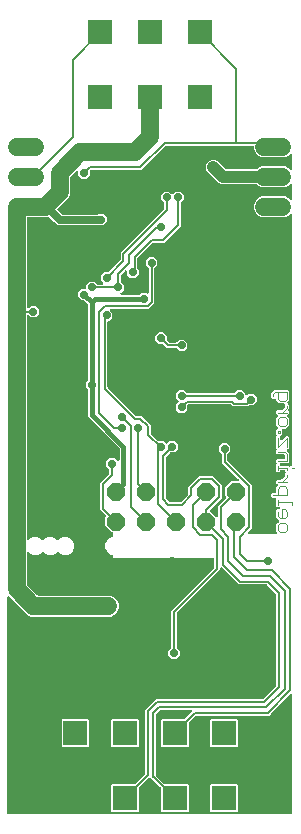
<source format=gbr>
G04 EAGLE Gerber RS-274X export*
G75*
%MOMM*%
%FSLAX34Y34*%
%LPD*%
%INBottom Copper*%
%IPPOS*%
%AMOC8*
5,1,8,0,0,1.08239X$1,22.5*%
G01*
%ADD10C,0.101600*%
%ADD11C,1.524000*%
%ADD12P,1.649562X8X22.500000*%
%ADD13C,0.711200*%
%ADD14R,2.095500X2.095500*%
%ADD15C,0.406400*%
%ADD16C,0.635000*%
%ADD17C,0.203200*%
%ADD18C,1.016000*%

G36*
X243517Y3184D02*
X243517Y3184D01*
X243575Y3182D01*
X243657Y3204D01*
X243741Y3216D01*
X243794Y3239D01*
X243850Y3254D01*
X243923Y3297D01*
X244000Y3332D01*
X244045Y3370D01*
X244095Y3399D01*
X244153Y3461D01*
X244217Y3515D01*
X244249Y3564D01*
X244289Y3607D01*
X244328Y3682D01*
X244375Y3752D01*
X244392Y3808D01*
X244419Y3860D01*
X244430Y3928D01*
X244460Y4023D01*
X244463Y4123D01*
X244474Y4191D01*
X244474Y103852D01*
X244470Y103881D01*
X244473Y103910D01*
X244450Y104021D01*
X244434Y104133D01*
X244422Y104160D01*
X244417Y104189D01*
X244365Y104289D01*
X244318Y104393D01*
X244299Y104415D01*
X244286Y104441D01*
X244208Y104523D01*
X244135Y104610D01*
X244110Y104626D01*
X244090Y104647D01*
X243992Y104704D01*
X243898Y104767D01*
X243870Y104776D01*
X243845Y104791D01*
X243735Y104819D01*
X243627Y104853D01*
X243597Y104854D01*
X243569Y104861D01*
X243456Y104857D01*
X243343Y104860D01*
X243314Y104853D01*
X243285Y104852D01*
X243177Y104817D01*
X243068Y104789D01*
X243042Y104774D01*
X243014Y104765D01*
X242951Y104719D01*
X242823Y104643D01*
X242780Y104598D01*
X242741Y104570D01*
X226422Y88250D01*
X226421Y88250D01*
X224785Y86613D01*
X163268Y86613D01*
X163181Y86601D01*
X163094Y86598D01*
X163041Y86581D01*
X162986Y86573D01*
X162906Y86538D01*
X162823Y86511D01*
X162784Y86483D01*
X162727Y86457D01*
X162614Y86361D01*
X162550Y86316D01*
X157046Y80812D01*
X156993Y80742D01*
X156933Y80678D01*
X156908Y80629D01*
X156875Y80584D01*
X156844Y80503D01*
X156804Y80425D01*
X156796Y80377D01*
X156773Y80319D01*
X156761Y80171D01*
X156748Y80094D01*
X156748Y60996D01*
X156004Y60252D01*
X133996Y60252D01*
X133252Y60996D01*
X133252Y83004D01*
X133996Y83748D01*
X153094Y83748D01*
X153180Y83760D01*
X153268Y83763D01*
X153320Y83780D01*
X153375Y83788D01*
X153455Y83824D01*
X153538Y83851D01*
X153578Y83879D01*
X153635Y83904D01*
X153748Y84000D01*
X153812Y84046D01*
X159191Y89425D01*
X159243Y89495D01*
X159303Y89559D01*
X159329Y89608D01*
X159362Y89652D01*
X159393Y89734D01*
X159433Y89812D01*
X159439Y89849D01*
X159455Y89870D01*
X159465Y89897D01*
X159481Y89922D01*
X159515Y90029D01*
X159556Y90135D01*
X159558Y90165D01*
X159567Y90193D01*
X159570Y90306D01*
X159579Y90419D01*
X159574Y90447D01*
X159574Y90477D01*
X159546Y90586D01*
X159524Y90697D01*
X159510Y90724D01*
X159503Y90752D01*
X159445Y90849D01*
X159393Y90950D01*
X159372Y90971D01*
X159357Y90996D01*
X159275Y91074D01*
X159197Y91156D01*
X159172Y91171D01*
X159150Y91191D01*
X159049Y91242D01*
X158952Y91300D01*
X158923Y91307D01*
X158897Y91320D01*
X158820Y91333D01*
X158676Y91370D01*
X158613Y91368D01*
X158566Y91376D01*
X133130Y91376D01*
X133044Y91364D01*
X132956Y91361D01*
X132904Y91344D01*
X132849Y91336D01*
X132769Y91300D01*
X132686Y91273D01*
X132646Y91245D01*
X132589Y91220D01*
X132476Y91124D01*
X132412Y91078D01*
X129584Y88250D01*
X129532Y88180D01*
X129472Y88116D01*
X129446Y88067D01*
X129413Y88023D01*
X129382Y87941D01*
X129342Y87863D01*
X129334Y87816D01*
X129312Y87757D01*
X129300Y87610D01*
X129287Y87532D01*
X129287Y36368D01*
X129299Y36281D01*
X129302Y36194D01*
X129319Y36141D01*
X129327Y36086D01*
X129362Y36006D01*
X129389Y35923D01*
X129417Y35884D01*
X129443Y35827D01*
X129539Y35714D01*
X129584Y35650D01*
X136188Y29046D01*
X136258Y28993D01*
X136322Y28933D01*
X136371Y28908D01*
X136416Y28875D01*
X136497Y28844D01*
X136575Y28804D01*
X136623Y28796D01*
X136681Y28773D01*
X136829Y28761D01*
X136906Y28748D01*
X156004Y28748D01*
X156748Y28004D01*
X156748Y5996D01*
X156004Y5252D01*
X133996Y5252D01*
X133252Y5996D01*
X133252Y25094D01*
X133240Y25180D01*
X133237Y25268D01*
X133220Y25320D01*
X133212Y25375D01*
X133176Y25455D01*
X133149Y25538D01*
X133121Y25578D01*
X133096Y25635D01*
X133000Y25748D01*
X132954Y25812D01*
X126575Y32191D01*
X126505Y32243D01*
X126441Y32303D01*
X126392Y32329D01*
X126348Y32362D01*
X126266Y32393D01*
X126188Y32433D01*
X126141Y32441D01*
X126082Y32463D01*
X126078Y32463D01*
X124605Y33936D01*
X124559Y33971D01*
X124518Y34013D01*
X124445Y34056D01*
X124378Y34107D01*
X124324Y34127D01*
X124273Y34157D01*
X124191Y34178D01*
X124113Y34208D01*
X124054Y34213D01*
X123998Y34227D01*
X123913Y34224D01*
X123829Y34231D01*
X123772Y34220D01*
X123713Y34218D01*
X123633Y34192D01*
X123550Y34175D01*
X123499Y34149D01*
X123443Y34131D01*
X123387Y34090D01*
X123298Y34044D01*
X123226Y33976D01*
X123170Y33936D01*
X115046Y25812D01*
X114993Y25742D01*
X114933Y25678D01*
X114908Y25629D01*
X114875Y25584D01*
X114844Y25503D01*
X114804Y25425D01*
X114796Y25377D01*
X114773Y25319D01*
X114761Y25171D01*
X114748Y25094D01*
X114748Y5996D01*
X114004Y5252D01*
X91996Y5252D01*
X91252Y5996D01*
X91252Y28004D01*
X91996Y28748D01*
X111094Y28748D01*
X111180Y28760D01*
X111268Y28763D01*
X111320Y28780D01*
X111375Y28788D01*
X111455Y28824D01*
X111538Y28851D01*
X111578Y28879D01*
X111635Y28904D01*
X111748Y29000D01*
X111812Y29046D01*
X119653Y36887D01*
X119706Y36957D01*
X119766Y37021D01*
X119791Y37070D01*
X119824Y37115D01*
X119855Y37196D01*
X119895Y37274D01*
X119903Y37322D01*
X119926Y37380D01*
X119938Y37528D01*
X119951Y37605D01*
X119951Y91435D01*
X129228Y100712D01*
X219295Y100712D01*
X219381Y100724D01*
X219469Y100727D01*
X219521Y100744D01*
X219576Y100752D01*
X219656Y100787D01*
X219739Y100814D01*
X219779Y100842D01*
X219836Y100868D01*
X219949Y100964D01*
X220013Y101009D01*
X230778Y111775D01*
X230831Y111845D01*
X230891Y111909D01*
X230916Y111958D01*
X230949Y112002D01*
X230980Y112084D01*
X231020Y112162D01*
X231028Y112209D01*
X231051Y112268D01*
X231063Y112415D01*
X231076Y112493D01*
X231076Y189132D01*
X231064Y189219D01*
X231061Y189306D01*
X231044Y189359D01*
X231036Y189414D01*
X231000Y189494D01*
X230973Y189577D01*
X230945Y189616D01*
X230920Y189673D01*
X230824Y189786D01*
X230778Y189850D01*
X223188Y197441D01*
X223118Y197493D01*
X223054Y197553D01*
X223005Y197579D01*
X222960Y197612D01*
X222879Y197643D01*
X222801Y197683D01*
X222753Y197691D01*
X222695Y197713D01*
X222547Y197725D01*
X222470Y197738D01*
X199078Y197738D01*
X185088Y211728D01*
X184995Y211821D01*
X184971Y211839D01*
X184952Y211861D01*
X184858Y211924D01*
X184768Y211992D01*
X184740Y212003D01*
X184716Y212019D01*
X184608Y212053D01*
X184502Y212093D01*
X184473Y212096D01*
X184445Y212105D01*
X184332Y212108D01*
X184219Y212117D01*
X184190Y212111D01*
X184161Y212112D01*
X184051Y212083D01*
X183940Y212061D01*
X183914Y212047D01*
X183886Y212040D01*
X183789Y211982D01*
X183688Y211930D01*
X183666Y211910D01*
X183641Y211895D01*
X183564Y211812D01*
X183482Y211734D01*
X183467Y211709D01*
X183447Y211688D01*
X183395Y211587D01*
X183338Y211489D01*
X183331Y211461D01*
X183317Y211434D01*
X183304Y211357D01*
X183268Y211214D01*
X183270Y211151D01*
X183262Y211103D01*
X183262Y210190D01*
X147047Y173975D01*
X146994Y173905D01*
X146934Y173841D01*
X146909Y173792D01*
X146876Y173748D01*
X146845Y173666D01*
X146805Y173588D01*
X146797Y173541D01*
X146774Y173482D01*
X146762Y173335D01*
X146749Y173257D01*
X146749Y144660D01*
X146761Y144573D01*
X146764Y144486D01*
X146781Y144433D01*
X146789Y144378D01*
X146825Y144299D01*
X146852Y144215D01*
X146880Y144176D01*
X146905Y144119D01*
X147001Y144006D01*
X147047Y143942D01*
X149289Y141699D01*
X149289Y137701D01*
X146462Y134873D01*
X142463Y134873D01*
X139636Y137701D01*
X139636Y141699D01*
X141878Y143942D01*
X141931Y144012D01*
X141991Y144076D01*
X142016Y144125D01*
X142049Y144169D01*
X142080Y144251D01*
X142120Y144329D01*
X142128Y144376D01*
X142151Y144435D01*
X142163Y144582D01*
X142176Y144660D01*
X142176Y175572D01*
X178391Y211787D01*
X178443Y211857D01*
X178503Y211921D01*
X178529Y211970D01*
X178562Y212015D01*
X178593Y212096D01*
X178633Y212174D01*
X178641Y212222D01*
X178663Y212280D01*
X178675Y212428D01*
X178688Y212505D01*
X178688Y219075D01*
X178680Y219133D01*
X178682Y219191D01*
X178660Y219273D01*
X178648Y219357D01*
X178625Y219410D01*
X178610Y219466D01*
X178567Y219539D01*
X178532Y219616D01*
X178494Y219661D01*
X178465Y219711D01*
X178403Y219769D01*
X178349Y219833D01*
X178300Y219865D01*
X178257Y219905D01*
X178182Y219944D01*
X178112Y219991D01*
X178056Y220008D01*
X178004Y220035D01*
X177936Y220046D01*
X177841Y220076D01*
X177741Y220079D01*
X177673Y220090D01*
X93090Y220090D01*
X93090Y221632D01*
X93082Y221689D01*
X93084Y221748D01*
X93062Y221829D01*
X93050Y221913D01*
X93027Y221966D01*
X93012Y222023D01*
X92969Y222095D01*
X92934Y222172D01*
X92896Y222217D01*
X92867Y222267D01*
X92805Y222325D01*
X92751Y222389D01*
X92702Y222422D01*
X92659Y222462D01*
X92584Y222500D01*
X92514Y222547D01*
X92458Y222565D01*
X92406Y222591D01*
X92338Y222603D01*
X92243Y222633D01*
X92193Y222634D01*
X89391Y223795D01*
X87270Y225916D01*
X86122Y228688D01*
X86122Y231687D01*
X87270Y234459D01*
X89391Y236580D01*
X92179Y237735D01*
X92191Y237735D01*
X92273Y237756D01*
X92357Y237768D01*
X92410Y237792D01*
X92466Y237807D01*
X92539Y237850D01*
X92616Y237884D01*
X92661Y237922D01*
X92711Y237952D01*
X92769Y238014D01*
X92833Y238068D01*
X92865Y238117D01*
X92905Y238159D01*
X92944Y238234D01*
X92991Y238305D01*
X93008Y238360D01*
X93035Y238412D01*
X93046Y238480D01*
X93076Y238576D01*
X93079Y238675D01*
X93090Y238743D01*
X93090Y240919D01*
X93082Y240977D01*
X93084Y241035D01*
X93062Y241117D01*
X93050Y241201D01*
X93027Y241254D01*
X93012Y241310D01*
X92969Y241383D01*
X92934Y241460D01*
X92896Y241505D01*
X92867Y241555D01*
X92805Y241613D01*
X92751Y241677D01*
X92702Y241709D01*
X92659Y241749D01*
X92584Y241788D01*
X92514Y241835D01*
X92458Y241852D01*
X92406Y241879D01*
X92338Y241890D01*
X92243Y241920D01*
X92143Y241923D01*
X92075Y241934D01*
X91567Y241934D01*
X86359Y247142D01*
X86359Y254508D01*
X86628Y254777D01*
X86664Y254823D01*
X86706Y254864D01*
X86749Y254937D01*
X86799Y255004D01*
X86820Y255059D01*
X86850Y255109D01*
X86870Y255191D01*
X86901Y255270D01*
X86905Y255328D01*
X86920Y255385D01*
X86917Y255469D01*
X86924Y255553D01*
X86913Y255610D01*
X86911Y255669D01*
X86885Y255749D01*
X86868Y255832D01*
X86841Y255884D01*
X86823Y255939D01*
X86783Y255995D01*
X86737Y256084D01*
X86668Y256156D01*
X86628Y256213D01*
X81851Y260990D01*
X81851Y283522D01*
X89491Y291162D01*
X89543Y291232D01*
X89603Y291296D01*
X89629Y291345D01*
X89662Y291390D01*
X89693Y291471D01*
X89733Y291549D01*
X89741Y291597D01*
X89763Y291655D01*
X89775Y291803D01*
X89788Y291880D01*
X89788Y295078D01*
X89776Y295164D01*
X89773Y295252D01*
X89756Y295304D01*
X89748Y295359D01*
X89713Y295439D01*
X89686Y295522D01*
X89658Y295561D01*
X89632Y295619D01*
X89536Y295732D01*
X89491Y295796D01*
X87248Y298038D01*
X87248Y302037D01*
X90076Y304864D01*
X94074Y304864D01*
X96564Y302374D01*
X96588Y302357D01*
X96607Y302334D01*
X96701Y302272D01*
X96791Y302203D01*
X96819Y302193D01*
X96843Y302177D01*
X96951Y302143D01*
X97057Y302102D01*
X97086Y302100D01*
X97114Y302091D01*
X97228Y302088D01*
X97340Y302079D01*
X97369Y302084D01*
X97398Y302084D01*
X97508Y302112D01*
X97619Y302135D01*
X97645Y302148D01*
X97673Y302156D01*
X97771Y302213D01*
X97871Y302266D01*
X97893Y302286D01*
X97918Y302301D01*
X97995Y302383D01*
X98077Y302461D01*
X98092Y302487D01*
X98112Y302508D01*
X98164Y302609D01*
X98221Y302707D01*
X98228Y302735D01*
X98242Y302761D01*
X98255Y302839D01*
X98291Y302982D01*
X98289Y303045D01*
X98297Y303092D01*
X98297Y312536D01*
X98285Y312623D01*
X98282Y312710D01*
X98265Y312763D01*
X98257Y312818D01*
X98222Y312898D01*
X98195Y312981D01*
X98167Y313020D01*
X98141Y313077D01*
X98045Y313191D01*
X98000Y313254D01*
X71310Y339944D01*
X71310Y362769D01*
X71298Y362855D01*
X71295Y362943D01*
X71278Y362995D01*
X71270Y363050D01*
X71234Y363130D01*
X71207Y363213D01*
X71179Y363252D01*
X71154Y363310D01*
X71058Y363423D01*
X71012Y363487D01*
X69786Y364713D01*
X69786Y368712D01*
X71012Y369938D01*
X71065Y370008D01*
X71125Y370072D01*
X71150Y370122D01*
X71183Y370166D01*
X71214Y370247D01*
X71254Y370325D01*
X71262Y370373D01*
X71285Y370431D01*
X71291Y370515D01*
X71296Y370528D01*
X71297Y370581D01*
X71310Y370656D01*
X71310Y434774D01*
X71298Y434861D01*
X71295Y434948D01*
X71278Y435001D01*
X71270Y435055D01*
X71234Y435135D01*
X71207Y435218D01*
X71179Y435258D01*
X71154Y435315D01*
X71058Y435428D01*
X71012Y435492D01*
X68716Y437788D01*
X68646Y437841D01*
X68582Y437901D01*
X68533Y437926D01*
X68489Y437959D01*
X68407Y437990D01*
X68329Y438030D01*
X68281Y438038D01*
X68223Y438061D01*
X68075Y438073D01*
X67998Y438086D01*
X66263Y438086D01*
X63436Y440913D01*
X63436Y444912D01*
X66263Y447739D01*
X68771Y447739D01*
X68828Y447747D01*
X68887Y447746D01*
X68968Y447767D01*
X69052Y447779D01*
X69105Y447803D01*
X69162Y447818D01*
X69234Y447861D01*
X69311Y447895D01*
X69356Y447933D01*
X69406Y447963D01*
X69464Y448025D01*
X69528Y448079D01*
X69561Y448128D01*
X69601Y448170D01*
X69639Y448245D01*
X69686Y448316D01*
X69704Y448371D01*
X69730Y448423D01*
X69742Y448491D01*
X69772Y448587D01*
X69774Y448686D01*
X69786Y448754D01*
X69786Y451262D01*
X72613Y454089D01*
X76612Y454089D01*
X78854Y451847D01*
X78924Y451794D01*
X78988Y451734D01*
X79038Y451709D01*
X79082Y451676D01*
X79163Y451645D01*
X79241Y451605D01*
X79289Y451597D01*
X79347Y451574D01*
X79495Y451562D01*
X79572Y451549D01*
X83686Y451549D01*
X83715Y451553D01*
X83745Y451551D01*
X83856Y451573D01*
X83968Y451589D01*
X83994Y451601D01*
X84023Y451607D01*
X84124Y451659D01*
X84227Y451705D01*
X84250Y451724D01*
X84276Y451738D01*
X84358Y451816D01*
X84444Y451889D01*
X84460Y451913D01*
X84482Y451934D01*
X84539Y452031D01*
X84602Y452126D01*
X84611Y452154D01*
X84625Y452179D01*
X84653Y452288D01*
X84688Y452397D01*
X84688Y452426D01*
X84695Y452454D01*
X84692Y452567D01*
X84695Y452681D01*
X84687Y452709D01*
X84686Y452739D01*
X84652Y452846D01*
X84623Y452956D01*
X84608Y452981D01*
X84599Y453009D01*
X84553Y453073D01*
X84478Y453200D01*
X84432Y453243D01*
X84404Y453282D01*
X82486Y455201D01*
X82486Y459199D01*
X85313Y462027D01*
X88485Y462027D01*
X88571Y462039D01*
X88659Y462042D01*
X88711Y462059D01*
X88766Y462067D01*
X88846Y462102D01*
X88929Y462129D01*
X88969Y462157D01*
X89026Y462183D01*
X89139Y462279D01*
X89203Y462324D01*
X99016Y472137D01*
X99068Y472207D01*
X99128Y472271D01*
X99154Y472320D01*
X99187Y472364D01*
X99218Y472446D01*
X99258Y472524D01*
X99266Y472572D01*
X99288Y472630D01*
X99300Y472778D01*
X99313Y472855D01*
X99313Y478785D01*
X135528Y515000D01*
X135581Y515070D01*
X135641Y515134D01*
X135666Y515183D01*
X135699Y515227D01*
X135730Y515309D01*
X135770Y515387D01*
X135778Y515434D01*
X135801Y515493D01*
X135813Y515640D01*
X135826Y515718D01*
X135826Y520503D01*
X135814Y520589D01*
X135811Y520677D01*
X135794Y520729D01*
X135786Y520784D01*
X135750Y520864D01*
X135723Y520947D01*
X135695Y520986D01*
X135670Y521044D01*
X135574Y521157D01*
X135528Y521221D01*
X133286Y523463D01*
X133286Y527462D01*
X136113Y530289D01*
X140112Y530289D01*
X142157Y528244D01*
X142204Y528209D01*
X142244Y528166D01*
X142317Y528124D01*
X142384Y528073D01*
X142439Y528052D01*
X142489Y528023D01*
X142571Y528002D01*
X142650Y527972D01*
X142708Y527967D01*
X142765Y527953D01*
X142849Y527955D01*
X142933Y527948D01*
X142991Y527960D01*
X143049Y527962D01*
X143129Y527988D01*
X143212Y528004D01*
X143264Y528031D01*
X143320Y528049D01*
X143376Y528089D01*
X143464Y528135D01*
X143537Y528204D01*
X143593Y528244D01*
X145638Y530289D01*
X149637Y530289D01*
X152464Y527462D01*
X152464Y523463D01*
X150222Y521221D01*
X150169Y521151D01*
X150109Y521087D01*
X150084Y521037D01*
X150051Y520993D01*
X150020Y520912D01*
X149980Y520834D01*
X149972Y520786D01*
X149949Y520728D01*
X149937Y520580D01*
X149924Y520503D01*
X149924Y500703D01*
X135885Y486663D01*
X126780Y486663D01*
X126694Y486651D01*
X126606Y486648D01*
X126554Y486631D01*
X126499Y486623D01*
X126419Y486588D01*
X126336Y486561D01*
X126296Y486533D01*
X126239Y486507D01*
X126126Y486411D01*
X126062Y486366D01*
X113709Y474013D01*
X113657Y473943D01*
X113597Y473879D01*
X113571Y473830D01*
X113538Y473785D01*
X113507Y473704D01*
X113467Y473626D01*
X113459Y473578D01*
X113437Y473520D01*
X113428Y473412D01*
X113426Y473404D01*
X113425Y473375D01*
X113425Y473372D01*
X113412Y473295D01*
X113412Y465335D01*
X113424Y465248D01*
X113427Y465161D01*
X113444Y465108D01*
X113452Y465053D01*
X113487Y464974D01*
X113514Y464890D01*
X113542Y464851D01*
X113568Y464794D01*
X113664Y464681D01*
X113709Y464617D01*
X114364Y463962D01*
X114364Y459963D01*
X111537Y457136D01*
X107538Y457136D01*
X104711Y459963D01*
X104711Y462563D01*
X104707Y462592D01*
X104709Y462622D01*
X104687Y462733D01*
X104671Y462845D01*
X104659Y462872D01*
X104653Y462900D01*
X104601Y463001D01*
X104555Y463104D01*
X104536Y463127D01*
X104522Y463153D01*
X104444Y463235D01*
X104371Y463321D01*
X104347Y463338D01*
X104326Y463359D01*
X104229Y463416D01*
X104134Y463479D01*
X104106Y463488D01*
X104081Y463502D01*
X103972Y463530D01*
X103863Y463565D01*
X103834Y463565D01*
X103806Y463573D01*
X103693Y463569D01*
X103579Y463572D01*
X103551Y463564D01*
X103521Y463564D01*
X103414Y463529D01*
X103304Y463500D01*
X103279Y463485D01*
X103251Y463476D01*
X103187Y463431D01*
X103060Y463355D01*
X103017Y463309D01*
X102978Y463281D01*
X99422Y459725D01*
X99409Y459708D01*
X99397Y459698D01*
X99367Y459653D01*
X99309Y459591D01*
X99284Y459542D01*
X99251Y459498D01*
X99220Y459416D01*
X99180Y459338D01*
X99172Y459291D01*
X99149Y459232D01*
X99137Y459085D01*
X99124Y459007D01*
X99124Y454222D01*
X99136Y454136D01*
X99139Y454048D01*
X99156Y453996D01*
X99164Y453941D01*
X99200Y453861D01*
X99227Y453778D01*
X99255Y453739D01*
X99280Y453681D01*
X99376Y453568D01*
X99422Y453504D01*
X101664Y451262D01*
X101664Y447263D01*
X99174Y444773D01*
X99157Y444750D01*
X99134Y444731D01*
X99072Y444637D01*
X99003Y444546D01*
X98993Y444519D01*
X98977Y444494D01*
X98943Y444386D01*
X98902Y444281D01*
X98900Y444251D01*
X98891Y444223D01*
X98888Y444110D01*
X98879Y443997D01*
X98884Y443969D01*
X98884Y443939D01*
X98912Y443830D01*
X98935Y443718D01*
X98948Y443692D01*
X98956Y443664D01*
X99013Y443567D01*
X99066Y443466D01*
X99086Y443445D01*
X99101Y443420D01*
X99183Y443342D01*
X99261Y443260D01*
X99287Y443245D01*
X99308Y443225D01*
X99409Y443174D01*
X99507Y443116D01*
X99535Y443109D01*
X99561Y443096D01*
X99639Y443083D01*
X99782Y443046D01*
X99845Y443048D01*
X99892Y443040D01*
X115119Y443040D01*
X115205Y443052D01*
X115293Y443055D01*
X115345Y443072D01*
X115400Y443080D01*
X115480Y443116D01*
X115563Y443143D01*
X115603Y443171D01*
X115660Y443196D01*
X115773Y443292D01*
X115837Y443338D01*
X117063Y444564D01*
X121062Y444564D01*
X121393Y444233D01*
X121416Y444216D01*
X121435Y444193D01*
X121529Y444131D01*
X121620Y444062D01*
X121647Y444052D01*
X121672Y444036D01*
X121780Y444002D01*
X121885Y443961D01*
X121915Y443959D01*
X121943Y443950D01*
X122056Y443947D01*
X122169Y443938D01*
X122197Y443943D01*
X122227Y443943D01*
X122336Y443971D01*
X122448Y443994D01*
X122474Y444007D01*
X122502Y444015D01*
X122599Y444072D01*
X122700Y444125D01*
X122721Y444145D01*
X122746Y444160D01*
X122824Y444242D01*
X122906Y444320D01*
X122921Y444346D01*
X122941Y444367D01*
X122992Y444468D01*
X123050Y444566D01*
X123057Y444594D01*
X123070Y444620D01*
X123083Y444698D01*
X123120Y444841D01*
X123118Y444904D01*
X123126Y444951D01*
X123126Y464940D01*
X123114Y465027D01*
X123111Y465114D01*
X123094Y465167D01*
X123086Y465222D01*
X123050Y465301D01*
X123023Y465385D01*
X122995Y465424D01*
X122970Y465481D01*
X122874Y465594D01*
X122828Y465658D01*
X120586Y467901D01*
X120586Y471899D01*
X123413Y474727D01*
X127412Y474727D01*
X130239Y471899D01*
X130239Y467901D01*
X127997Y465658D01*
X127944Y465588D01*
X127884Y465524D01*
X127859Y465475D01*
X127826Y465431D01*
X127795Y465349D01*
X127755Y465271D01*
X127747Y465224D01*
X127724Y465165D01*
X127712Y465018D01*
X127699Y464940D01*
X127699Y435615D01*
X123185Y431101D01*
X90939Y431101D01*
X90910Y431097D01*
X90880Y431099D01*
X90769Y431077D01*
X90657Y431061D01*
X90631Y431049D01*
X90602Y431043D01*
X90501Y430991D01*
X90398Y430945D01*
X90375Y430926D01*
X90349Y430912D01*
X90267Y430834D01*
X90181Y430761D01*
X90165Y430737D01*
X90143Y430716D01*
X90086Y430619D01*
X90023Y430524D01*
X90014Y430496D01*
X90000Y430471D01*
X89972Y430362D01*
X89937Y430253D01*
X89937Y430224D01*
X89930Y430196D01*
X89933Y430083D01*
X89930Y429969D01*
X89938Y429941D01*
X89939Y429911D01*
X89973Y429804D01*
X90002Y429694D01*
X90017Y429669D01*
X90026Y429641D01*
X90072Y429577D01*
X90147Y429450D01*
X90193Y429407D01*
X90221Y429368D01*
X92139Y427449D01*
X92139Y423451D01*
X89312Y420623D01*
X89027Y420623D01*
X88969Y420615D01*
X88911Y420617D01*
X88829Y420595D01*
X88745Y420583D01*
X88692Y420560D01*
X88636Y420545D01*
X88563Y420502D01*
X88486Y420467D01*
X88441Y420429D01*
X88391Y420400D01*
X88333Y420338D01*
X88269Y420284D01*
X88237Y420235D01*
X88197Y420192D01*
X88158Y420117D01*
X88111Y420047D01*
X88094Y419991D01*
X88067Y419939D01*
X88056Y419871D01*
X88026Y419776D01*
X88023Y419676D01*
X88012Y419608D01*
X88012Y364905D01*
X88024Y364819D01*
X88027Y364731D01*
X88044Y364679D01*
X88052Y364624D01*
X88087Y364544D01*
X88114Y364461D01*
X88142Y364421D01*
X88168Y364364D01*
X88264Y364251D01*
X88309Y364187D01*
X111775Y340722D01*
X111845Y340669D01*
X111909Y340609D01*
X111958Y340584D01*
X112002Y340551D01*
X112084Y340520D01*
X112162Y340480D01*
X112209Y340472D01*
X112268Y340449D01*
X112415Y340437D01*
X112493Y340424D01*
X116835Y340424D01*
X124524Y332735D01*
X124524Y325369D01*
X124542Y325244D01*
X124556Y325118D01*
X124562Y325103D01*
X124564Y325087D01*
X124616Y324972D01*
X124664Y324855D01*
X124673Y324844D01*
X124680Y324828D01*
X124864Y324611D01*
X124873Y324605D01*
X124879Y324598D01*
X130947Y319396D01*
X130988Y319370D01*
X131024Y319337D01*
X131108Y319294D01*
X131187Y319243D01*
X131234Y319229D01*
X131277Y319207D01*
X131350Y319195D01*
X131460Y319163D01*
X131546Y319162D01*
X131608Y319152D01*
X135349Y319152D01*
X137395Y317106D01*
X137441Y317071D01*
X137482Y317029D01*
X137554Y316986D01*
X137622Y316936D01*
X137676Y316915D01*
X137727Y316885D01*
X137809Y316864D01*
X137887Y316834D01*
X137946Y316829D01*
X138002Y316815D01*
X138087Y316818D01*
X138171Y316811D01*
X138228Y316822D01*
X138287Y316824D01*
X138367Y316850D01*
X138450Y316867D01*
X138501Y316894D01*
X138557Y316912D01*
X138613Y316952D01*
X138702Y316998D01*
X138774Y317066D01*
X138830Y317106D01*
X140876Y319152D01*
X144874Y319152D01*
X147702Y316324D01*
X147702Y312326D01*
X144874Y309498D01*
X141703Y309498D01*
X141616Y309486D01*
X141529Y309483D01*
X141476Y309466D01*
X141421Y309458D01*
X141341Y309423D01*
X141258Y309396D01*
X141219Y309368D01*
X141162Y309342D01*
X141049Y309246D01*
X140985Y309201D01*
X137522Y305738D01*
X137469Y305668D01*
X137409Y305604D01*
X137384Y305555D01*
X137351Y305510D01*
X137320Y305429D01*
X137280Y305351D01*
X137272Y305303D01*
X137249Y305245D01*
X137237Y305097D01*
X137224Y305020D01*
X137224Y271243D01*
X137236Y271156D01*
X137239Y271069D01*
X137256Y271016D01*
X137264Y270961D01*
X137300Y270881D01*
X137327Y270798D01*
X137355Y270759D01*
X137380Y270702D01*
X137474Y270591D01*
X137489Y270566D01*
X137499Y270556D01*
X137522Y270525D01*
X140350Y267697D01*
X140420Y267644D01*
X140484Y267584D01*
X140533Y267559D01*
X140577Y267526D01*
X140659Y267495D01*
X140737Y267455D01*
X140784Y267447D01*
X140843Y267424D01*
X140990Y267412D01*
X141068Y267399D01*
X149445Y267399D01*
X149531Y267411D01*
X149619Y267414D01*
X149671Y267431D01*
X149726Y267439D01*
X149806Y267475D01*
X149889Y267502D01*
X149929Y267530D01*
X149986Y267555D01*
X150099Y267651D01*
X150163Y267697D01*
X156166Y273700D01*
X156218Y273770D01*
X156278Y273834D01*
X156304Y273883D01*
X156337Y273927D01*
X156368Y274009D01*
X156408Y274087D01*
X156416Y274134D01*
X156438Y274193D01*
X156450Y274340D01*
X156463Y274418D01*
X156463Y280347D01*
X165740Y289624D01*
X177160Y289624D01*
X184849Y281935D01*
X184849Y270515D01*
X183212Y268878D01*
X175309Y260975D01*
X175274Y260928D01*
X175231Y260888D01*
X175189Y260815D01*
X175138Y260748D01*
X175117Y260693D01*
X175088Y260643D01*
X175067Y260561D01*
X175037Y260482D01*
X175032Y260424D01*
X175018Y260367D01*
X175020Y260283D01*
X175013Y260199D01*
X175025Y260142D01*
X175027Y260083D01*
X175053Y260003D01*
X175069Y259920D01*
X175096Y259868D01*
X175114Y259813D01*
X175154Y259756D01*
X175200Y259668D01*
X175269Y259596D01*
X175309Y259539D01*
X180130Y254718D01*
X180154Y254701D01*
X180173Y254678D01*
X180267Y254615D01*
X180357Y254547D01*
X180385Y254537D01*
X180409Y254521D01*
X180517Y254486D01*
X180623Y254446D01*
X180652Y254444D01*
X180680Y254435D01*
X180794Y254432D01*
X180906Y254423D01*
X180935Y254428D01*
X180964Y254428D01*
X181074Y254456D01*
X181185Y254478D01*
X181211Y254492D01*
X181239Y254499D01*
X181337Y254557D01*
X181437Y254609D01*
X181459Y254630D01*
X181484Y254645D01*
X181561Y254727D01*
X181643Y254805D01*
X181658Y254831D01*
X181678Y254852D01*
X181730Y254953D01*
X181787Y255050D01*
X181794Y255079D01*
X181808Y255105D01*
X181821Y255182D01*
X181857Y255326D01*
X181855Y255388D01*
X181863Y255436D01*
X181863Y264472D01*
X188228Y270837D01*
X188264Y270884D01*
X188306Y270924D01*
X188349Y270997D01*
X188399Y271065D01*
X188420Y271119D01*
X188450Y271170D01*
X188471Y271251D01*
X188501Y271330D01*
X188505Y271389D01*
X188520Y271445D01*
X188517Y271529D01*
X188524Y271614D01*
X188513Y271671D01*
X188511Y271729D01*
X188485Y271810D01*
X188468Y271892D01*
X188441Y271944D01*
X188423Y272000D01*
X188383Y272056D01*
X188337Y272145D01*
X188268Y272217D01*
X188228Y272273D01*
X187959Y272542D01*
X187959Y279908D01*
X193167Y285116D01*
X198149Y285116D01*
X198178Y285120D01*
X198208Y285117D01*
X198319Y285140D01*
X198431Y285156D01*
X198458Y285168D01*
X198486Y285173D01*
X198587Y285225D01*
X198690Y285272D01*
X198713Y285291D01*
X198739Y285304D01*
X198821Y285382D01*
X198907Y285455D01*
X198924Y285480D01*
X198945Y285500D01*
X199002Y285598D01*
X199065Y285692D01*
X199074Y285720D01*
X199088Y285745D01*
X199116Y285855D01*
X199151Y285963D01*
X199151Y285993D01*
X199159Y286021D01*
X199155Y286134D01*
X199158Y286247D01*
X199150Y286276D01*
X199150Y286305D01*
X199115Y286413D01*
X199086Y286522D01*
X199071Y286548D01*
X199062Y286576D01*
X199017Y286639D01*
X198941Y286767D01*
X198895Y286810D01*
X198867Y286849D01*
X185038Y300678D01*
X185038Y307778D01*
X185031Y307831D01*
X185032Y307867D01*
X185025Y307892D01*
X185023Y307952D01*
X185006Y308004D01*
X184998Y308059D01*
X184963Y308139D01*
X184936Y308222D01*
X184908Y308261D01*
X184882Y308319D01*
X184786Y308432D01*
X184741Y308496D01*
X182498Y310738D01*
X182498Y314737D01*
X185326Y317564D01*
X189324Y317564D01*
X192152Y314737D01*
X192152Y310738D01*
X189909Y308496D01*
X189857Y308426D01*
X189797Y308362D01*
X189771Y308312D01*
X189738Y308268D01*
X189707Y308187D01*
X189667Y308109D01*
X189659Y308061D01*
X189637Y308003D01*
X189632Y307937D01*
X189626Y307919D01*
X189624Y307851D01*
X189612Y307778D01*
X189612Y302993D01*
X189624Y302906D01*
X189627Y302819D01*
X189644Y302766D01*
X189652Y302711D01*
X189687Y302631D01*
X189714Y302548D01*
X189742Y302509D01*
X189768Y302452D01*
X189864Y302339D01*
X189909Y302275D01*
X210249Y281935D01*
X210249Y245115D01*
X207152Y242018D01*
X207134Y241994D01*
X207112Y241976D01*
X207049Y241881D01*
X206981Y241791D01*
X206970Y241763D01*
X206954Y241739D01*
X206920Y241631D01*
X206880Y241525D01*
X206877Y241496D01*
X206868Y241468D01*
X206866Y241354D01*
X206856Y241242D01*
X206862Y241213D01*
X206861Y241184D01*
X206890Y241074D01*
X206912Y240963D01*
X206926Y240937D01*
X206933Y240909D01*
X206991Y240811D01*
X207043Y240711D01*
X207063Y240689D01*
X207078Y240664D01*
X207161Y240587D01*
X207239Y240505D01*
X207264Y240490D01*
X207286Y240470D01*
X207386Y240418D01*
X207484Y240361D01*
X207513Y240354D01*
X207539Y240340D01*
X207616Y240327D01*
X207760Y240291D01*
X207822Y240293D01*
X207870Y240285D01*
X230789Y240285D01*
X230818Y240289D01*
X230847Y240286D01*
X230958Y240309D01*
X231070Y240325D01*
X231097Y240337D01*
X231126Y240342D01*
X231226Y240395D01*
X231330Y240441D01*
X231352Y240460D01*
X231378Y240473D01*
X231460Y240551D01*
X231547Y240625D01*
X231563Y240649D01*
X231584Y240669D01*
X231641Y240767D01*
X231704Y240861D01*
X231713Y240889D01*
X231728Y240914D01*
X231756Y241024D01*
X231790Y241132D01*
X231791Y241162D01*
X231798Y241190D01*
X231794Y241303D01*
X231797Y241416D01*
X231790Y241445D01*
X231789Y241474D01*
X231754Y241582D01*
X231725Y241691D01*
X231710Y241717D01*
X231701Y241745D01*
X231656Y241809D01*
X231580Y241936D01*
X231535Y241979D01*
X231507Y242018D01*
X230504Y243020D01*
X230504Y248392D01*
X231843Y249731D01*
X231844Y249731D01*
X232156Y250043D01*
X232156Y250044D01*
X232948Y250835D01*
X232983Y250882D01*
X233025Y250922D01*
X233068Y250995D01*
X233118Y251062D01*
X233139Y251117D01*
X233169Y251167D01*
X233190Y251249D01*
X233220Y251328D01*
X233225Y251386D01*
X233239Y251443D01*
X233236Y251527D01*
X233243Y251611D01*
X233232Y251668D01*
X233230Y251727D01*
X233204Y251807D01*
X233187Y251890D01*
X233160Y251942D01*
X233142Y251997D01*
X233102Y252054D01*
X233056Y252142D01*
X232988Y252215D01*
X232948Y252271D01*
X230504Y254714D01*
X230504Y260086D01*
X231546Y261128D01*
X233387Y261128D01*
X233445Y261136D01*
X233503Y261134D01*
X233585Y261156D01*
X233668Y261167D01*
X233722Y261191D01*
X233778Y261206D01*
X233851Y261249D01*
X233928Y261284D01*
X233973Y261322D01*
X234023Y261351D01*
X234081Y261413D01*
X234145Y261467D01*
X234177Y261516D01*
X234217Y261559D01*
X234256Y261634D01*
X234302Y261704D01*
X234320Y261760D01*
X234347Y261812D01*
X234358Y261880D01*
X234388Y261975D01*
X234391Y262075D01*
X234402Y262143D01*
X234402Y262402D01*
X234394Y262460D01*
X234396Y262518D01*
X234374Y262600D01*
X234362Y262683D01*
X234338Y262737D01*
X234324Y262793D01*
X234281Y262866D01*
X234246Y262943D01*
X234208Y262988D01*
X234178Y263038D01*
X234117Y263096D01*
X234062Y263160D01*
X234014Y263192D01*
X233971Y263232D01*
X233896Y263271D01*
X233826Y263317D01*
X233770Y263335D01*
X233718Y263362D01*
X233650Y263373D01*
X233555Y263403D01*
X233455Y263406D01*
X233387Y263417D01*
X231546Y263417D01*
X230504Y264459D01*
X230504Y270198D01*
X230496Y270254D01*
X230498Y270303D01*
X230497Y270304D01*
X230498Y270314D01*
X230476Y270396D01*
X230464Y270479D01*
X230441Y270533D01*
X230426Y270589D01*
X230383Y270662D01*
X230348Y270739D01*
X230310Y270783D01*
X230281Y270834D01*
X230219Y270891D01*
X230165Y270956D01*
X230116Y270988D01*
X230073Y271028D01*
X229998Y271067D01*
X229928Y271113D01*
X229872Y271131D01*
X229820Y271158D01*
X229752Y271169D01*
X229657Y271199D01*
X229557Y271202D01*
X229489Y271213D01*
X227648Y271213D01*
X226606Y272255D01*
X226606Y273729D01*
X227648Y274771D01*
X229489Y274771D01*
X229547Y274779D01*
X229605Y274777D01*
X229687Y274799D01*
X229771Y274810D01*
X229824Y274834D01*
X229880Y274849D01*
X229953Y274892D01*
X230030Y274927D01*
X230075Y274965D01*
X230125Y274994D01*
X230183Y275056D01*
X230247Y275110D01*
X230279Y275159D01*
X230319Y275202D01*
X230358Y275277D01*
X230405Y275347D01*
X230422Y275403D01*
X230449Y275455D01*
X230460Y275523D01*
X230490Y275618D01*
X230493Y275718D01*
X230504Y275786D01*
X230504Y279576D01*
X231843Y280915D01*
X231844Y280915D01*
X232103Y281174D01*
X232120Y281197D01*
X232143Y281216D01*
X232205Y281311D01*
X232273Y281401D01*
X232284Y281429D01*
X232300Y281453D01*
X232335Y281561D01*
X232375Y281667D01*
X232377Y281696D01*
X232386Y281724D01*
X232389Y281837D01*
X232398Y281950D01*
X232393Y281979D01*
X232393Y282008D01*
X232365Y282117D01*
X232342Y282229D01*
X232329Y282255D01*
X232321Y282283D01*
X232264Y282381D01*
X232211Y282481D01*
X232191Y282502D01*
X232176Y282528D01*
X232094Y282605D01*
X232016Y282687D01*
X231990Y282702D01*
X231969Y282722D01*
X231868Y282774D01*
X231770Y282831D01*
X231742Y282838D01*
X231716Y282852D01*
X231639Y282865D01*
X231572Y282882D01*
X230504Y283949D01*
X230504Y285423D01*
X231546Y286465D01*
X235024Y286465D01*
X235110Y286477D01*
X235198Y286480D01*
X235250Y286497D01*
X235305Y286504D01*
X235385Y286540D01*
X235468Y286567D01*
X235507Y286595D01*
X235565Y286621D01*
X235678Y286716D01*
X235742Y286762D01*
X238003Y289023D01*
X238055Y289093D01*
X238115Y289157D01*
X238141Y289206D01*
X238174Y289250D01*
X238205Y289332D01*
X238245Y289410D01*
X238253Y289458D01*
X238275Y289516D01*
X238287Y289664D01*
X238300Y289741D01*
X238300Y291270D01*
X238795Y291764D01*
X238830Y291811D01*
X238872Y291851D01*
X238915Y291924D01*
X238965Y291991D01*
X238986Y292046D01*
X239016Y292096D01*
X239037Y292178D01*
X239067Y292257D01*
X239072Y292315D01*
X239086Y292372D01*
X239083Y292456D01*
X239090Y292540D01*
X239079Y292597D01*
X239077Y292656D01*
X239051Y292736D01*
X239034Y292819D01*
X239007Y292871D01*
X238989Y292926D01*
X238949Y292982D01*
X238903Y293071D01*
X238840Y293138D01*
X238828Y293158D01*
X238817Y293168D01*
X238795Y293200D01*
X238294Y293701D01*
X238294Y293702D01*
X238272Y293784D01*
X238260Y293867D01*
X238236Y293921D01*
X238222Y293977D01*
X238179Y294050D01*
X238144Y294127D01*
X238106Y294171D01*
X238076Y294222D01*
X238015Y294279D01*
X237960Y294344D01*
X237912Y294376D01*
X237869Y294416D01*
X237794Y294455D01*
X237724Y294501D01*
X237668Y294519D01*
X237616Y294546D01*
X237548Y294557D01*
X237453Y294587D01*
X237353Y294590D01*
X237285Y294601D01*
X235077Y294601D01*
X235019Y294593D01*
X234961Y294594D01*
X234879Y294573D01*
X234795Y294561D01*
X234742Y294537D01*
X234686Y294523D01*
X234613Y294480D01*
X234536Y294445D01*
X234491Y294407D01*
X234441Y294377D01*
X234383Y294316D01*
X234319Y294261D01*
X234287Y294213D01*
X234247Y294170D01*
X234208Y294095D01*
X234161Y294025D01*
X234144Y293969D01*
X234117Y293917D01*
X234106Y293849D01*
X234076Y293754D01*
X234075Y293707D01*
X233020Y292652D01*
X231546Y292652D01*
X230504Y293694D01*
X230504Y299066D01*
X230999Y299560D01*
X231034Y299607D01*
X231076Y299647D01*
X231119Y299720D01*
X231169Y299787D01*
X231190Y299842D01*
X231220Y299892D01*
X231241Y299974D01*
X231271Y300053D01*
X231276Y300111D01*
X231290Y300168D01*
X231287Y300252D01*
X231294Y300336D01*
X231283Y300393D01*
X231281Y300452D01*
X231255Y300532D01*
X231238Y300615D01*
X231211Y300667D01*
X231193Y300722D01*
X231153Y300778D01*
X231107Y300867D01*
X231039Y300940D01*
X230999Y300996D01*
X230504Y301490D01*
X230504Y302964D01*
X231546Y304006D01*
X237285Y304006D01*
X237343Y304014D01*
X237401Y304012D01*
X237483Y304034D01*
X237566Y304045D01*
X237620Y304069D01*
X237676Y304084D01*
X237749Y304127D01*
X237826Y304162D01*
X237871Y304199D01*
X237921Y304229D01*
X237979Y304291D01*
X238043Y304345D01*
X238075Y304394D01*
X238115Y304437D01*
X238154Y304512D01*
X238200Y304582D01*
X238218Y304638D01*
X238245Y304690D01*
X238256Y304758D01*
X238286Y304853D01*
X238289Y304953D01*
X238300Y305021D01*
X238300Y306916D01*
X238288Y307003D01*
X238285Y307090D01*
X238268Y307143D01*
X238260Y307198D01*
X238225Y307278D01*
X238198Y307361D01*
X238170Y307400D01*
X238144Y307457D01*
X238048Y307571D01*
X238003Y307634D01*
X237691Y307947D01*
X237621Y307999D01*
X237557Y308059D01*
X237507Y308084D01*
X237463Y308118D01*
X237382Y308149D01*
X237304Y308189D01*
X237256Y308197D01*
X237198Y308219D01*
X237050Y308231D01*
X236973Y308244D01*
X231546Y308244D01*
X230504Y309286D01*
X230504Y310760D01*
X230999Y311254D01*
X231034Y311301D01*
X231076Y311341D01*
X231119Y311414D01*
X231169Y311481D01*
X231190Y311536D01*
X231220Y311586D01*
X231241Y311668D01*
X231271Y311747D01*
X231276Y311805D01*
X231290Y311862D01*
X231287Y311946D01*
X231294Y312030D01*
X231283Y312087D01*
X231281Y312146D01*
X231255Y312226D01*
X231238Y312309D01*
X231211Y312361D01*
X231193Y312416D01*
X231153Y312473D01*
X231107Y312561D01*
X231039Y312633D01*
X230999Y312690D01*
X230504Y313184D01*
X230504Y322454D01*
X230999Y322948D01*
X231034Y322995D01*
X231076Y323035D01*
X231119Y323108D01*
X231169Y323175D01*
X231190Y323230D01*
X231220Y323280D01*
X231241Y323362D01*
X231271Y323441D01*
X231276Y323499D01*
X231290Y323556D01*
X231287Y323640D01*
X231294Y323724D01*
X231283Y323781D01*
X231281Y323840D01*
X231255Y323920D01*
X231238Y324003D01*
X231211Y324055D01*
X231193Y324110D01*
X231153Y324166D01*
X231107Y324255D01*
X231039Y324328D01*
X230999Y324384D01*
X230504Y324878D01*
X230504Y328301D01*
X231573Y329369D01*
X231666Y329382D01*
X231693Y329394D01*
X231722Y329400D01*
X231822Y329452D01*
X231926Y329499D01*
X231948Y329517D01*
X231974Y329531D01*
X232056Y329609D01*
X232143Y329682D01*
X232159Y329707D01*
X232180Y329727D01*
X232237Y329824D01*
X232300Y329919D01*
X232309Y329947D01*
X232324Y329972D01*
X232352Y330082D01*
X232386Y330190D01*
X232387Y330219D01*
X232394Y330248D01*
X232390Y330361D01*
X232393Y330474D01*
X232386Y330502D01*
X232385Y330532D01*
X232350Y330640D01*
X232321Y330749D01*
X232306Y330774D01*
X232297Y330802D01*
X232252Y330866D01*
X232176Y330994D01*
X232131Y331036D01*
X232103Y331076D01*
X230504Y332674D01*
X230504Y338046D01*
X231843Y339385D01*
X231844Y339385D01*
X232103Y339644D01*
X232120Y339667D01*
X232143Y339686D01*
X232206Y339781D01*
X232274Y339871D01*
X232284Y339898D01*
X232300Y339923D01*
X232334Y340031D01*
X232375Y340137D01*
X232377Y340166D01*
X232386Y340194D01*
X232389Y340307D01*
X232398Y340420D01*
X232393Y340449D01*
X232393Y340478D01*
X232365Y340588D01*
X232342Y340699D01*
X232329Y340725D01*
X232321Y340753D01*
X232264Y340850D01*
X232211Y340951D01*
X232191Y340972D01*
X232176Y340998D01*
X232094Y341075D01*
X232016Y341157D01*
X231990Y341172D01*
X231969Y341192D01*
X231868Y341244D01*
X231770Y341301D01*
X231742Y341308D01*
X231716Y341321D01*
X231638Y341334D01*
X231572Y341351D01*
X230504Y342419D01*
X230504Y343893D01*
X231546Y344934D01*
X235024Y344934D01*
X235110Y344947D01*
X235198Y344949D01*
X235250Y344966D01*
X235305Y344974D01*
X235385Y345010D01*
X235468Y345037D01*
X235507Y345065D01*
X235565Y345091D01*
X235678Y345186D01*
X235742Y345232D01*
X238003Y347493D01*
X238055Y347563D01*
X238115Y347627D01*
X238141Y347676D01*
X238174Y347720D01*
X238205Y347802D01*
X238245Y347880D01*
X238253Y347927D01*
X238275Y347986D01*
X238287Y348134D01*
X238300Y348211D01*
X238300Y350107D01*
X238292Y350165D01*
X238294Y350223D01*
X238272Y350305D01*
X238260Y350388D01*
X238237Y350441D01*
X238222Y350498D01*
X238179Y350571D01*
X238144Y350648D01*
X238106Y350692D01*
X238076Y350742D01*
X238015Y350800D01*
X237960Y350865D01*
X237912Y350897D01*
X237869Y350937D01*
X237794Y350975D01*
X237724Y351022D01*
X237668Y351040D01*
X237616Y351066D01*
X237548Y351078D01*
X237453Y351108D01*
X237353Y351111D01*
X237285Y351122D01*
X233495Y351122D01*
X230498Y354120D01*
X230498Y354121D01*
X230476Y354203D01*
X230464Y354286D01*
X230441Y354340D01*
X230426Y354396D01*
X230383Y354468D01*
X230348Y354546D01*
X230310Y354590D01*
X230281Y354640D01*
X230219Y354698D01*
X230165Y354763D01*
X230116Y354795D01*
X230073Y354835D01*
X229998Y354873D01*
X229928Y354920D01*
X229872Y354938D01*
X229820Y354964D01*
X229752Y354976D01*
X229657Y355006D01*
X229557Y355008D01*
X229489Y355020D01*
X227648Y355020D01*
X226606Y356062D01*
X226606Y359484D01*
X229597Y362475D01*
X240816Y362475D01*
X241858Y361433D01*
X241858Y354113D01*
X240519Y352774D01*
X240518Y352774D01*
X240259Y352515D01*
X240242Y352491D01*
X240219Y352472D01*
X240156Y352378D01*
X240088Y352287D01*
X240078Y352260D01*
X240062Y352236D01*
X240027Y352127D01*
X239987Y352022D01*
X239985Y351993D01*
X239976Y351964D01*
X239973Y351851D01*
X239964Y351738D01*
X239969Y351710D01*
X239969Y351680D01*
X239997Y351571D01*
X240020Y351460D01*
X240033Y351434D01*
X240040Y351405D01*
X240098Y351308D01*
X240151Y351207D01*
X240171Y351186D01*
X240186Y351161D01*
X240268Y351083D01*
X240346Y351001D01*
X240372Y350986D01*
X240393Y350966D01*
X240494Y350915D01*
X240592Y350857D01*
X240620Y350850D01*
X240646Y350837D01*
X240723Y350824D01*
X240790Y350807D01*
X241858Y349739D01*
X241858Y346317D01*
X241363Y345823D01*
X241328Y345776D01*
X241286Y345736D01*
X241243Y345663D01*
X241192Y345595D01*
X241172Y345541D01*
X241142Y345490D01*
X241121Y345409D01*
X241091Y345330D01*
X241086Y345271D01*
X241072Y345215D01*
X241075Y345130D01*
X241068Y345046D01*
X241079Y344989D01*
X241081Y344931D01*
X241107Y344850D01*
X241124Y344768D01*
X241151Y344716D01*
X241169Y344660D01*
X241209Y344604D01*
X241255Y344515D01*
X241323Y344443D01*
X241363Y344387D01*
X241858Y343892D01*
X241858Y342419D01*
X240789Y341350D01*
X240696Y341337D01*
X240669Y341325D01*
X240640Y341319D01*
X240540Y341267D01*
X240436Y341221D01*
X240414Y341202D01*
X240388Y341188D01*
X240306Y341110D01*
X240219Y341037D01*
X240203Y341013D01*
X240182Y340993D01*
X240125Y340895D01*
X240062Y340801D01*
X240053Y340773D01*
X240038Y340747D01*
X240010Y340638D01*
X239976Y340530D01*
X239975Y340500D01*
X239968Y340472D01*
X239972Y340358D01*
X239969Y340245D01*
X239976Y340217D01*
X239977Y340188D01*
X240012Y340080D01*
X240040Y339970D01*
X240055Y339945D01*
X240065Y339917D01*
X240110Y339853D01*
X240186Y339726D01*
X240231Y339683D01*
X240259Y339644D01*
X240518Y339385D01*
X240519Y339385D01*
X241858Y338046D01*
X241858Y332674D01*
X240519Y331335D01*
X240518Y331335D01*
X240206Y331022D01*
X238867Y329683D01*
X237026Y329683D01*
X236968Y329675D01*
X236910Y329676D01*
X236828Y329655D01*
X236744Y329643D01*
X236691Y329619D01*
X236635Y329604D01*
X236562Y329561D01*
X236485Y329527D01*
X236440Y329489D01*
X236390Y329459D01*
X236332Y329398D01*
X236268Y329343D01*
X236236Y329295D01*
X236196Y329252D01*
X236157Y329177D01*
X236110Y329107D01*
X236093Y329051D01*
X236066Y328999D01*
X236055Y328931D01*
X236025Y328836D01*
X236022Y328736D01*
X236011Y328668D01*
X236011Y324878D01*
X234962Y323829D01*
X234961Y323829D01*
X234879Y323808D01*
X234795Y323796D01*
X234742Y323772D01*
X234686Y323758D01*
X234613Y323714D01*
X234536Y323680D01*
X234491Y323642D01*
X234441Y323612D01*
X234383Y323551D01*
X234319Y323496D01*
X234287Y323448D01*
X234247Y323405D01*
X234208Y323330D01*
X234161Y323260D01*
X234144Y323204D01*
X234117Y323152D01*
X234106Y323084D01*
X234076Y322989D01*
X234073Y322889D01*
X234062Y322821D01*
X234062Y320666D01*
X234066Y320637D01*
X234063Y320608D01*
X234086Y320497D01*
X234102Y320385D01*
X234114Y320358D01*
X234119Y320329D01*
X234171Y320229D01*
X234218Y320125D01*
X234237Y320103D01*
X234250Y320077D01*
X234328Y319995D01*
X234401Y319908D01*
X234426Y319892D01*
X234446Y319871D01*
X234544Y319813D01*
X234638Y319751D01*
X234666Y319742D01*
X234691Y319727D01*
X234801Y319699D01*
X234909Y319665D01*
X234939Y319664D01*
X234967Y319657D01*
X235080Y319660D01*
X235193Y319657D01*
X235222Y319665D01*
X235251Y319666D01*
X235359Y319701D01*
X235468Y319729D01*
X235494Y319744D01*
X235522Y319753D01*
X235585Y319799D01*
X235713Y319875D01*
X235756Y319920D01*
X235795Y319948D01*
X238003Y322156D01*
X239342Y323495D01*
X240816Y323495D01*
X241858Y322454D01*
X241858Y313184D01*
X240789Y312115D01*
X240696Y312102D01*
X240669Y312090D01*
X240640Y312084D01*
X240540Y312032D01*
X240436Y311986D01*
X240414Y311967D01*
X240388Y311953D01*
X240306Y311875D01*
X240219Y311802D01*
X240203Y311778D01*
X240182Y311758D01*
X240125Y311660D01*
X240062Y311566D01*
X240053Y311538D01*
X240038Y311512D01*
X240010Y311403D01*
X239976Y311295D01*
X239975Y311265D01*
X239968Y311237D01*
X239972Y311124D01*
X239969Y311010D01*
X239976Y310982D01*
X239977Y310953D01*
X240012Y310845D01*
X240040Y310735D01*
X240055Y310710D01*
X240064Y310682D01*
X240110Y310618D01*
X240186Y310491D01*
X240231Y310448D01*
X240259Y310409D01*
X241858Y308811D01*
X241858Y301490D01*
X240816Y300448D01*
X235077Y300448D01*
X235019Y300440D01*
X234961Y300441D01*
X234879Y300420D01*
X234795Y300408D01*
X234742Y300384D01*
X234686Y300370D01*
X234613Y300327D01*
X234536Y300292D01*
X234491Y300254D01*
X234441Y300224D01*
X234383Y300163D01*
X234319Y300108D01*
X234287Y300060D01*
X234247Y300017D01*
X234208Y299942D01*
X234161Y299872D01*
X234144Y299816D01*
X234117Y299764D01*
X234106Y299696D01*
X234076Y299601D01*
X234073Y299501D01*
X234062Y299433D01*
X234062Y299174D01*
X234070Y299116D01*
X234068Y299057D01*
X234090Y298976D01*
X234102Y298892D01*
X234125Y298839D01*
X234140Y298782D01*
X234183Y298710D01*
X234218Y298633D01*
X234256Y298588D01*
X234285Y298538D01*
X234347Y298480D01*
X234401Y298416D01*
X234450Y298383D01*
X234493Y298343D01*
X234568Y298305D01*
X234638Y298258D01*
X234694Y298241D01*
X234746Y298214D01*
X234814Y298203D01*
X234909Y298173D01*
X235009Y298170D01*
X235077Y298159D01*
X240816Y298159D01*
X241310Y297664D01*
X241357Y297629D01*
X241397Y297587D01*
X241470Y297544D01*
X241537Y297493D01*
X241592Y297472D01*
X241642Y297443D01*
X241724Y297422D01*
X241803Y297392D01*
X241861Y297387D01*
X241918Y297373D01*
X242002Y297376D01*
X242086Y297369D01*
X242143Y297380D01*
X242202Y297382D01*
X242282Y297408D01*
X242365Y297424D01*
X242417Y297451D01*
X242472Y297469D01*
X242529Y297509D01*
X242617Y297555D01*
X242690Y297624D01*
X242746Y297664D01*
X243240Y298159D01*
X243459Y298159D01*
X243517Y298167D01*
X243575Y298165D01*
X243657Y298187D01*
X243741Y298198D01*
X243794Y298222D01*
X243850Y298237D01*
X243923Y298280D01*
X244000Y298315D01*
X244045Y298352D01*
X244095Y298382D01*
X244153Y298444D01*
X244217Y298498D01*
X244249Y298547D01*
X244289Y298590D01*
X244328Y298665D01*
X244375Y298735D01*
X244392Y298791D01*
X244419Y298843D01*
X244430Y298911D01*
X244460Y299006D01*
X244463Y299106D01*
X244474Y299174D01*
X244474Y510755D01*
X244470Y510784D01*
X244473Y510813D01*
X244450Y510924D01*
X244434Y511036D01*
X244422Y511063D01*
X244417Y511092D01*
X244364Y511193D01*
X244318Y511296D01*
X244299Y511318D01*
X244286Y511344D01*
X244208Y511426D01*
X244135Y511513D01*
X244110Y511529D01*
X244090Y511550D01*
X243992Y511607D01*
X243898Y511670D01*
X243870Y511679D01*
X243845Y511694D01*
X243735Y511722D01*
X243627Y511756D01*
X243597Y511757D01*
X243569Y511764D01*
X243456Y511761D01*
X243343Y511763D01*
X243314Y511756D01*
X243285Y511755D01*
X243177Y511720D01*
X243068Y511692D01*
X243042Y511677D01*
X243014Y511668D01*
X242950Y511622D01*
X242823Y511546D01*
X242780Y511501D01*
X242741Y511473D01*
X241256Y509988D01*
X237988Y508634D01*
X219212Y508634D01*
X215944Y509988D01*
X213443Y512489D01*
X212089Y515757D01*
X212089Y519293D01*
X213443Y522561D01*
X215944Y525062D01*
X219212Y526416D01*
X237988Y526416D01*
X241256Y525062D01*
X242741Y523577D01*
X242765Y523560D01*
X242784Y523537D01*
X242878Y523474D01*
X242968Y523406D01*
X242996Y523396D01*
X243020Y523380D01*
X243128Y523345D01*
X243234Y523305D01*
X243263Y523303D01*
X243291Y523294D01*
X243405Y523291D01*
X243517Y523282D01*
X243546Y523287D01*
X243575Y523287D01*
X243685Y523315D01*
X243796Y523337D01*
X243822Y523351D01*
X243850Y523358D01*
X243948Y523416D01*
X244048Y523468D01*
X244070Y523489D01*
X244095Y523504D01*
X244172Y523586D01*
X244254Y523664D01*
X244269Y523690D01*
X244289Y523711D01*
X244341Y523812D01*
X244398Y523910D01*
X244405Y523938D01*
X244419Y523964D01*
X244432Y524041D01*
X244468Y524185D01*
X244466Y524248D01*
X244474Y524295D01*
X244474Y536155D01*
X244470Y536184D01*
X244473Y536213D01*
X244450Y536324D01*
X244434Y536436D01*
X244422Y536463D01*
X244417Y536492D01*
X244364Y536593D01*
X244318Y536696D01*
X244299Y536718D01*
X244286Y536744D01*
X244208Y536826D01*
X244135Y536913D01*
X244110Y536929D01*
X244090Y536950D01*
X243992Y537007D01*
X243898Y537070D01*
X243870Y537079D01*
X243845Y537094D01*
X243735Y537122D01*
X243627Y537156D01*
X243597Y537157D01*
X243569Y537164D01*
X243456Y537161D01*
X243343Y537163D01*
X243314Y537156D01*
X243285Y537155D01*
X243177Y537120D01*
X243068Y537092D01*
X243042Y537077D01*
X243014Y537068D01*
X242950Y537022D01*
X242823Y536946D01*
X242780Y536901D01*
X242741Y536873D01*
X241256Y535388D01*
X237988Y534034D01*
X219212Y534034D01*
X215944Y535388D01*
X215055Y536277D01*
X214985Y536329D01*
X214921Y536389D01*
X214872Y536415D01*
X214827Y536448D01*
X214746Y536479D01*
X214668Y536519D01*
X214620Y536527D01*
X214562Y536549D01*
X214414Y536561D01*
X214337Y536574D01*
X184474Y536574D01*
X182140Y537541D01*
X172416Y547265D01*
X171449Y549599D01*
X171449Y552126D01*
X172416Y554460D01*
X174203Y556246D01*
X176537Y557213D01*
X179063Y557213D01*
X181397Y556246D01*
X188071Y549573D01*
X188140Y549521D01*
X188204Y549461D01*
X188254Y549435D01*
X188298Y549402D01*
X188380Y549371D01*
X188458Y549331D01*
X188505Y549323D01*
X188564Y549301D01*
X188711Y549289D01*
X188789Y549276D01*
X214337Y549276D01*
X214423Y549288D01*
X214511Y549291D01*
X214563Y549308D01*
X214618Y549316D01*
X214698Y549351D01*
X214781Y549378D01*
X214821Y549406D01*
X214878Y549432D01*
X214991Y549528D01*
X215055Y549573D01*
X215944Y550462D01*
X219212Y551816D01*
X237988Y551816D01*
X241256Y550462D01*
X242741Y548977D01*
X242765Y548960D01*
X242784Y548937D01*
X242878Y548874D01*
X242968Y548806D01*
X242996Y548796D01*
X243020Y548780D01*
X243128Y548745D01*
X243234Y548705D01*
X243263Y548703D01*
X243291Y548694D01*
X243405Y548691D01*
X243517Y548682D01*
X243546Y548687D01*
X243575Y548687D01*
X243685Y548715D01*
X243796Y548737D01*
X243822Y548751D01*
X243850Y548758D01*
X243948Y548816D01*
X244048Y548868D01*
X244070Y548889D01*
X244095Y548904D01*
X244172Y548986D01*
X244254Y549064D01*
X244269Y549090D01*
X244289Y549111D01*
X244341Y549212D01*
X244398Y549310D01*
X244405Y549338D01*
X244419Y549364D01*
X244432Y549441D01*
X244468Y549585D01*
X244466Y549648D01*
X244474Y549695D01*
X244474Y561555D01*
X244470Y561584D01*
X244473Y561613D01*
X244450Y561724D01*
X244434Y561836D01*
X244422Y561863D01*
X244417Y561892D01*
X244364Y561993D01*
X244318Y562096D01*
X244299Y562118D01*
X244286Y562144D01*
X244208Y562226D01*
X244135Y562313D01*
X244110Y562329D01*
X244090Y562350D01*
X243992Y562407D01*
X243898Y562470D01*
X243870Y562479D01*
X243845Y562494D01*
X243735Y562522D01*
X243627Y562556D01*
X243597Y562557D01*
X243569Y562564D01*
X243456Y562561D01*
X243343Y562563D01*
X243314Y562556D01*
X243285Y562555D01*
X243177Y562520D01*
X243068Y562492D01*
X243042Y562477D01*
X243014Y562468D01*
X242950Y562422D01*
X242823Y562346D01*
X242780Y562301D01*
X242741Y562273D01*
X241256Y560788D01*
X237988Y559434D01*
X219212Y559434D01*
X215944Y560788D01*
X213443Y563289D01*
X212089Y566557D01*
X212089Y568198D01*
X212081Y568256D01*
X212083Y568314D01*
X212061Y568396D01*
X212049Y568480D01*
X212026Y568533D01*
X212011Y568589D01*
X211968Y568662D01*
X211933Y568739D01*
X211895Y568784D01*
X211866Y568834D01*
X211804Y568892D01*
X211750Y568956D01*
X211701Y568988D01*
X211658Y569028D01*
X211583Y569067D01*
X211513Y569114D01*
X211457Y569131D01*
X211405Y569158D01*
X211337Y569169D01*
X211242Y569199D01*
X211142Y569202D01*
X211074Y569213D01*
X137893Y569213D01*
X137806Y569201D01*
X137719Y569198D01*
X137666Y569181D01*
X137611Y569173D01*
X137531Y569138D01*
X137448Y569111D01*
X137409Y569083D01*
X137352Y569057D01*
X137239Y568961D01*
X137175Y568916D01*
X116835Y548576D01*
X74393Y548576D01*
X74306Y548564D01*
X74219Y548561D01*
X74166Y548544D01*
X74111Y548536D01*
X74031Y548500D01*
X73948Y548473D01*
X73909Y548445D01*
X73852Y548420D01*
X73739Y548324D01*
X73675Y548278D01*
X73387Y547990D01*
X73334Y547920D01*
X73274Y547856D01*
X73249Y547807D01*
X73216Y547763D01*
X73185Y547681D01*
X73145Y547603D01*
X73137Y547556D01*
X73114Y547497D01*
X73102Y547350D01*
X73089Y547272D01*
X73089Y544101D01*
X70262Y541273D01*
X66263Y541273D01*
X63436Y544101D01*
X63436Y546886D01*
X63432Y546915D01*
X63434Y546945D01*
X63412Y547056D01*
X63396Y547168D01*
X63384Y547195D01*
X63378Y547223D01*
X63326Y547324D01*
X63280Y547427D01*
X63261Y547450D01*
X63247Y547476D01*
X63169Y547558D01*
X63096Y547644D01*
X63072Y547661D01*
X63051Y547682D01*
X62954Y547739D01*
X62859Y547802D01*
X62831Y547811D01*
X62806Y547826D01*
X62697Y547853D01*
X62588Y547888D01*
X62559Y547888D01*
X62531Y547896D01*
X62418Y547892D01*
X62304Y547895D01*
X62276Y547888D01*
X62246Y547887D01*
X62139Y547852D01*
X62029Y547823D01*
X62004Y547808D01*
X61976Y547799D01*
X61912Y547754D01*
X61785Y547678D01*
X61742Y547632D01*
X61703Y547604D01*
X56813Y542715D01*
X56761Y542645D01*
X56701Y542581D01*
X56675Y542532D01*
X56642Y542487D01*
X56611Y542406D01*
X56571Y542328D01*
X56563Y542280D01*
X56541Y542222D01*
X56529Y542074D01*
X56516Y541997D01*
X56516Y528457D01*
X55162Y525189D01*
X52519Y522545D01*
X52518Y522545D01*
X45867Y515894D01*
X45832Y515847D01*
X45789Y515807D01*
X45747Y515734D01*
X45696Y515666D01*
X45675Y515612D01*
X45646Y515561D01*
X45625Y515480D01*
X45595Y515401D01*
X45590Y515342D01*
X45576Y515286D01*
X45578Y515201D01*
X45571Y515117D01*
X45583Y515060D01*
X45585Y515002D01*
X45611Y514921D01*
X45627Y514839D01*
X45654Y514787D01*
X45672Y514731D01*
X45712Y514675D01*
X45758Y514586D01*
X45827Y514514D01*
X45867Y514458D01*
X49169Y511156D01*
X49239Y511103D01*
X49303Y511043D01*
X49352Y511018D01*
X49396Y510985D01*
X49478Y510954D01*
X49556Y510914D01*
X49604Y510906D01*
X49662Y510883D01*
X49810Y510871D01*
X49887Y510858D01*
X79749Y510858D01*
X79836Y510870D01*
X79923Y510873D01*
X79976Y510890D01*
X80031Y510898D01*
X80110Y510934D01*
X80194Y510961D01*
X80233Y510989D01*
X80290Y511014D01*
X80403Y511110D01*
X80467Y511156D01*
X80551Y511239D01*
X84549Y511239D01*
X87377Y508412D01*
X87377Y504413D01*
X84549Y501586D01*
X80551Y501586D01*
X80467Y501669D01*
X80397Y501722D01*
X80333Y501782D01*
X80284Y501807D01*
X80240Y501840D01*
X80158Y501871D01*
X80080Y501911D01*
X80033Y501919D01*
X79974Y501942D01*
X79827Y501954D01*
X79749Y501967D01*
X45783Y501967D01*
X42882Y504868D01*
X38886Y508864D01*
X38885Y508865D01*
X38884Y508866D01*
X38770Y508951D01*
X38659Y509035D01*
X38657Y509036D01*
X38656Y509037D01*
X38524Y509086D01*
X38393Y509136D01*
X38392Y509136D01*
X38390Y509137D01*
X38251Y509148D01*
X38110Y509160D01*
X38108Y509160D01*
X38107Y509160D01*
X38092Y509156D01*
X37831Y509104D01*
X37804Y509090D01*
X37780Y509084D01*
X36693Y508634D01*
X21018Y508634D01*
X20961Y508626D01*
X20902Y508628D01*
X20821Y508606D01*
X20737Y508594D01*
X20684Y508571D01*
X20627Y508556D01*
X20555Y508513D01*
X20478Y508478D01*
X20433Y508440D01*
X20383Y508411D01*
X20325Y508349D01*
X20261Y508295D01*
X20228Y508246D01*
X20188Y508203D01*
X20150Y508128D01*
X20103Y508058D01*
X20085Y508002D01*
X20059Y507950D01*
X20047Y507882D01*
X20017Y507787D01*
X20015Y507687D01*
X20003Y507619D01*
X20003Y432505D01*
X20007Y432476D01*
X20005Y432447D01*
X20027Y432336D01*
X20043Y432224D01*
X20055Y432197D01*
X20061Y432168D01*
X20113Y432068D01*
X20159Y431964D01*
X20178Y431942D01*
X20192Y431916D01*
X20270Y431834D01*
X20343Y431747D01*
X20367Y431731D01*
X20388Y431710D01*
X20485Y431653D01*
X20580Y431590D01*
X20608Y431581D01*
X20633Y431566D01*
X20742Y431538D01*
X20851Y431504D01*
X20880Y431503D01*
X20908Y431496D01*
X21021Y431500D01*
X21135Y431497D01*
X21163Y431504D01*
X21193Y431505D01*
X21300Y431540D01*
X21410Y431569D01*
X21435Y431583D01*
X21463Y431593D01*
X21527Y431638D01*
X21654Y431714D01*
X21697Y431759D01*
X21736Y431787D01*
X23401Y433452D01*
X27399Y433452D01*
X30227Y430624D01*
X30227Y426626D01*
X27399Y423798D01*
X23401Y423798D01*
X21736Y425463D01*
X21713Y425480D01*
X21694Y425503D01*
X21600Y425565D01*
X21509Y425634D01*
X21482Y425644D01*
X21457Y425660D01*
X21349Y425694D01*
X21244Y425735D01*
X21214Y425737D01*
X21186Y425746D01*
X21073Y425749D01*
X20960Y425758D01*
X20932Y425753D01*
X20902Y425753D01*
X20793Y425725D01*
X20681Y425702D01*
X20655Y425689D01*
X20627Y425681D01*
X20530Y425624D01*
X20429Y425571D01*
X20408Y425551D01*
X20383Y425536D01*
X20305Y425454D01*
X20223Y425376D01*
X20208Y425350D01*
X20188Y425329D01*
X20137Y425228D01*
X20079Y425130D01*
X20072Y425102D01*
X20059Y425076D01*
X20046Y424998D01*
X20009Y424855D01*
X20011Y424792D01*
X20003Y424745D01*
X20003Y236318D01*
X20007Y236289D01*
X20005Y236260D01*
X20027Y236149D01*
X20043Y236037D01*
X20055Y236010D01*
X20061Y235981D01*
X20113Y235881D01*
X20159Y235778D01*
X20178Y235755D01*
X20192Y235729D01*
X20270Y235647D01*
X20343Y235561D01*
X20367Y235544D01*
X20388Y235523D01*
X20485Y235466D01*
X20580Y235403D01*
X20608Y235394D01*
X20633Y235379D01*
X20742Y235351D01*
X20851Y235317D01*
X20880Y235316D01*
X20908Y235309D01*
X21021Y235313D01*
X21135Y235310D01*
X21163Y235317D01*
X21193Y235318D01*
X21301Y235353D01*
X21410Y235382D01*
X21435Y235397D01*
X21463Y235406D01*
X21527Y235451D01*
X21654Y235527D01*
X21697Y235573D01*
X21736Y235601D01*
X22716Y236580D01*
X25488Y237728D01*
X28487Y237728D01*
X31259Y236580D01*
X32620Y235220D01*
X32666Y235185D01*
X32707Y235142D01*
X32779Y235099D01*
X32847Y235049D01*
X32901Y235028D01*
X32952Y234998D01*
X33034Y234978D01*
X33112Y234947D01*
X33171Y234943D01*
X33227Y234928D01*
X33312Y234931D01*
X33396Y234924D01*
X33453Y234935D01*
X33512Y234937D01*
X33592Y234963D01*
X33675Y234980D01*
X33726Y235007D01*
X33782Y235025D01*
X33838Y235065D01*
X33927Y235111D01*
X33999Y235179D01*
X34055Y235220D01*
X35416Y236580D01*
X38188Y237728D01*
X41187Y237728D01*
X43959Y236580D01*
X45320Y235220D01*
X45366Y235184D01*
X45407Y235142D01*
X45479Y235099D01*
X45547Y235049D01*
X45601Y235028D01*
X45652Y234998D01*
X45733Y234978D01*
X45812Y234947D01*
X45871Y234943D01*
X45927Y234928D01*
X46012Y234931D01*
X46096Y234924D01*
X46153Y234935D01*
X46212Y234937D01*
X46292Y234963D01*
X46374Y234980D01*
X46426Y235007D01*
X46482Y235025D01*
X46538Y235065D01*
X46627Y235111D01*
X46699Y235180D01*
X46755Y235220D01*
X48116Y236580D01*
X50888Y237728D01*
X53887Y237728D01*
X56659Y236580D01*
X58780Y234459D01*
X59928Y231687D01*
X59928Y228688D01*
X58780Y225916D01*
X56659Y223795D01*
X53887Y222647D01*
X50888Y222647D01*
X48116Y223795D01*
X46755Y225155D01*
X46709Y225190D01*
X46668Y225233D01*
X46596Y225276D01*
X46528Y225326D01*
X46474Y225347D01*
X46423Y225377D01*
X46341Y225397D01*
X46263Y225428D01*
X46204Y225432D01*
X46148Y225447D01*
X46063Y225444D01*
X45979Y225451D01*
X45922Y225440D01*
X45863Y225438D01*
X45783Y225412D01*
X45700Y225395D01*
X45649Y225368D01*
X45593Y225350D01*
X45537Y225310D01*
X45448Y225264D01*
X45376Y225196D01*
X45320Y225155D01*
X43959Y223795D01*
X41187Y222647D01*
X38188Y222647D01*
X35416Y223795D01*
X34055Y225155D01*
X34009Y225191D01*
X33968Y225233D01*
X33896Y225276D01*
X33828Y225326D01*
X33774Y225347D01*
X33723Y225377D01*
X33642Y225397D01*
X33563Y225428D01*
X33504Y225432D01*
X33448Y225447D01*
X33363Y225444D01*
X33279Y225451D01*
X33222Y225440D01*
X33163Y225438D01*
X33083Y225412D01*
X33001Y225395D01*
X32949Y225368D01*
X32893Y225350D01*
X32837Y225310D01*
X32748Y225264D01*
X32676Y225195D01*
X32620Y225155D01*
X31259Y223795D01*
X28487Y222647D01*
X25488Y222647D01*
X22716Y223795D01*
X21736Y224774D01*
X21713Y224792D01*
X21694Y224814D01*
X21600Y224877D01*
X21509Y224945D01*
X21482Y224956D01*
X21457Y224972D01*
X21349Y225006D01*
X21244Y225047D01*
X21214Y225049D01*
X21186Y225058D01*
X21073Y225061D01*
X20960Y225070D01*
X20932Y225064D01*
X20902Y225065D01*
X20793Y225036D01*
X20681Y225014D01*
X20655Y225001D01*
X20627Y224993D01*
X20530Y224936D01*
X20429Y224883D01*
X20408Y224863D01*
X20383Y224848D01*
X20305Y224765D01*
X20223Y224687D01*
X20208Y224662D01*
X20188Y224641D01*
X20137Y224540D01*
X20079Y224442D01*
X20072Y224414D01*
X20059Y224388D01*
X20046Y224310D01*
X20009Y224167D01*
X20011Y224104D01*
X20003Y224057D01*
X20003Y197778D01*
X20015Y197692D01*
X20018Y197604D01*
X20035Y197552D01*
X20043Y197497D01*
X20079Y197417D01*
X20106Y197334D01*
X20134Y197294D01*
X20159Y197237D01*
X20255Y197124D01*
X20301Y197060D01*
X28785Y188576D01*
X28855Y188523D01*
X28919Y188463D01*
X28968Y188438D01*
X29013Y188405D01*
X29094Y188374D01*
X29172Y188334D01*
X29220Y188326D01*
X29278Y188303D01*
X29426Y188291D01*
X29503Y188278D01*
X90668Y188278D01*
X93936Y186925D01*
X96437Y184424D01*
X97791Y181156D01*
X97791Y177619D01*
X96437Y174351D01*
X93936Y171850D01*
X90668Y170497D01*
X23632Y170497D01*
X20364Y171850D01*
X6219Y185995D01*
X4909Y187305D01*
X4885Y187323D01*
X4866Y187345D01*
X4772Y187408D01*
X4682Y187476D01*
X4654Y187487D01*
X4630Y187503D01*
X4522Y187537D01*
X4416Y187577D01*
X4387Y187580D01*
X4359Y187589D01*
X4245Y187592D01*
X4133Y187601D01*
X4104Y187595D01*
X4075Y187596D01*
X3965Y187567D01*
X3854Y187545D01*
X3828Y187531D01*
X3800Y187524D01*
X3702Y187466D01*
X3602Y187414D01*
X3580Y187394D01*
X3555Y187379D01*
X3478Y187296D01*
X3396Y187218D01*
X3381Y187193D01*
X3361Y187172D01*
X3309Y187071D01*
X3252Y186973D01*
X3245Y186945D01*
X3231Y186918D01*
X3218Y186841D01*
X3182Y186697D01*
X3184Y186635D01*
X3176Y186587D01*
X3176Y4191D01*
X3184Y4133D01*
X3182Y4075D01*
X3204Y3993D01*
X3216Y3909D01*
X3239Y3856D01*
X3254Y3800D01*
X3297Y3727D01*
X3332Y3650D01*
X3370Y3605D01*
X3399Y3555D01*
X3461Y3497D01*
X3515Y3433D01*
X3564Y3401D01*
X3607Y3361D01*
X3682Y3322D01*
X3752Y3275D01*
X3808Y3258D01*
X3860Y3231D01*
X3928Y3220D01*
X4023Y3190D01*
X4123Y3187D01*
X4191Y3176D01*
X243459Y3176D01*
X243517Y3184D01*
G37*
%LPC*%
G36*
X148813Y342836D02*
X148813Y342836D01*
X145986Y345663D01*
X145986Y349662D01*
X148031Y351707D01*
X148048Y351729D01*
X148068Y351746D01*
X148084Y351771D01*
X148109Y351794D01*
X148151Y351867D01*
X148202Y351934D01*
X148214Y351966D01*
X148225Y351983D01*
X148233Y352006D01*
X148252Y352039D01*
X148273Y352121D01*
X148303Y352200D01*
X148306Y352239D01*
X148311Y352254D01*
X148312Y352273D01*
X148322Y352315D01*
X148320Y352399D01*
X148327Y352483D01*
X148318Y352526D01*
X148318Y352538D01*
X148315Y352552D01*
X148313Y352599D01*
X148287Y352679D01*
X148271Y352762D01*
X148249Y352804D01*
X148247Y352813D01*
X148241Y352822D01*
X148226Y352870D01*
X148186Y352926D01*
X148140Y353014D01*
X148106Y353050D01*
X148101Y353058D01*
X148078Y353080D01*
X148071Y353087D01*
X148031Y353143D01*
X145986Y355188D01*
X145986Y359187D01*
X148813Y362014D01*
X152812Y362014D01*
X155054Y359772D01*
X155124Y359719D01*
X155188Y359659D01*
X155238Y359634D01*
X155282Y359601D01*
X155363Y359570D01*
X155441Y359530D01*
X155489Y359522D01*
X155547Y359499D01*
X155695Y359487D01*
X155772Y359474D01*
X195065Y359474D01*
X195152Y359486D01*
X195239Y359489D01*
X195292Y359506D01*
X195347Y359514D01*
X195426Y359550D01*
X195510Y359577D01*
X195549Y359605D01*
X195606Y359630D01*
X195719Y359726D01*
X195783Y359772D01*
X198026Y362014D01*
X202024Y362014D01*
X204852Y359187D01*
X204852Y358591D01*
X204856Y358562D01*
X204853Y358533D01*
X204876Y358422D01*
X204892Y358310D01*
X204904Y358283D01*
X204909Y358254D01*
X204962Y358154D01*
X205008Y358050D01*
X205027Y358028D01*
X205040Y358002D01*
X205118Y357920D01*
X205191Y357833D01*
X205216Y357817D01*
X205236Y357796D01*
X205334Y357739D01*
X205428Y357676D01*
X205456Y357667D01*
X205481Y357652D01*
X205591Y357624D01*
X205699Y357590D01*
X205729Y357589D01*
X205757Y357582D01*
X205870Y357586D01*
X205983Y357583D01*
X206012Y357590D01*
X206041Y357591D01*
X206149Y357626D01*
X206258Y357655D01*
X206284Y357669D01*
X206312Y357679D01*
X206376Y357724D01*
X206503Y357800D01*
X206546Y357845D01*
X206585Y357873D01*
X207551Y358839D01*
X211549Y358839D01*
X214377Y356012D01*
X214377Y352013D01*
X211549Y349186D01*
X208378Y349186D01*
X208291Y349174D01*
X208204Y349171D01*
X208151Y349154D01*
X208096Y349146D01*
X208016Y349110D01*
X207933Y349083D01*
X207894Y349055D01*
X207837Y349030D01*
X207724Y348934D01*
X207660Y348888D01*
X207322Y348551D01*
X194315Y348551D01*
X193025Y349841D01*
X192955Y349893D01*
X192891Y349953D01*
X192842Y349979D01*
X192798Y350012D01*
X192716Y350043D01*
X192638Y350083D01*
X192591Y350091D01*
X192532Y350113D01*
X192385Y350125D01*
X192307Y350138D01*
X156943Y350138D01*
X156856Y350126D01*
X156769Y350123D01*
X156716Y350106D01*
X156661Y350098D01*
X156581Y350063D01*
X156498Y350036D01*
X156459Y350008D01*
X156402Y349982D01*
X156289Y349886D01*
X156225Y349841D01*
X155937Y349553D01*
X155884Y349483D01*
X155824Y349419D01*
X155799Y349370D01*
X155766Y349325D01*
X155735Y349244D01*
X155695Y349166D01*
X155687Y349118D01*
X155664Y349060D01*
X155652Y348912D01*
X155639Y348835D01*
X155639Y345663D01*
X152812Y342836D01*
X148813Y342836D01*
G37*
%LPD*%
%LPC*%
G36*
X175996Y60252D02*
X175996Y60252D01*
X175252Y60996D01*
X175252Y83004D01*
X175996Y83748D01*
X198004Y83748D01*
X198748Y83004D01*
X198748Y60996D01*
X198004Y60252D01*
X175996Y60252D01*
G37*
%LPD*%
%LPC*%
G36*
X91996Y60252D02*
X91996Y60252D01*
X91252Y60996D01*
X91252Y83004D01*
X91996Y83748D01*
X114004Y83748D01*
X114748Y83004D01*
X114748Y60996D01*
X114004Y60252D01*
X91996Y60252D01*
G37*
%LPD*%
%LPC*%
G36*
X49996Y60252D02*
X49996Y60252D01*
X49252Y60996D01*
X49252Y83004D01*
X49996Y83748D01*
X72004Y83748D01*
X72748Y83004D01*
X72748Y60996D01*
X72004Y60252D01*
X49996Y60252D01*
G37*
%LPD*%
%LPC*%
G36*
X175996Y5252D02*
X175996Y5252D01*
X175252Y5996D01*
X175252Y28004D01*
X175996Y28748D01*
X198004Y28748D01*
X198748Y28004D01*
X198748Y5996D01*
X198004Y5252D01*
X175996Y5252D01*
G37*
%LPD*%
%LPC*%
G36*
X148813Y395223D02*
X148813Y395223D01*
X146571Y397466D01*
X146501Y397518D01*
X146437Y397578D01*
X146387Y397604D01*
X146343Y397637D01*
X146262Y397668D01*
X146184Y397708D01*
X146136Y397716D01*
X146078Y397738D01*
X145930Y397750D01*
X145853Y397763D01*
X138753Y397763D01*
X135240Y401276D01*
X135170Y401328D01*
X135106Y401388D01*
X135057Y401414D01*
X135013Y401447D01*
X134931Y401478D01*
X134853Y401518D01*
X134806Y401526D01*
X134747Y401548D01*
X134600Y401560D01*
X134522Y401573D01*
X131351Y401573D01*
X128523Y404401D01*
X128523Y408399D01*
X131351Y411227D01*
X135349Y411227D01*
X138177Y408399D01*
X138177Y405228D01*
X138189Y405141D01*
X138192Y405054D01*
X138209Y405001D01*
X138217Y404946D01*
X138252Y404866D01*
X138279Y404783D01*
X138307Y404744D01*
X138333Y404687D01*
X138388Y404621D01*
X138413Y404579D01*
X138448Y404547D01*
X138474Y404510D01*
X140350Y402634D01*
X140420Y402582D01*
X140484Y402522D01*
X140533Y402496D01*
X140577Y402463D01*
X140659Y402432D01*
X140737Y402392D01*
X140784Y402384D01*
X140843Y402362D01*
X140990Y402350D01*
X141068Y402337D01*
X145853Y402337D01*
X145939Y402349D01*
X146027Y402352D01*
X146079Y402369D01*
X146134Y402377D01*
X146214Y402412D01*
X146297Y402439D01*
X146336Y402467D01*
X146394Y402493D01*
X146507Y402589D01*
X146571Y402634D01*
X148813Y404877D01*
X152812Y404877D01*
X155639Y402049D01*
X155639Y398051D01*
X152812Y395223D01*
X148813Y395223D01*
G37*
%LPD*%
D10*
X232283Y243757D02*
X232283Y247655D01*
X234232Y249604D01*
X238130Y249604D01*
X240079Y247655D01*
X240079Y243757D01*
X238130Y241808D01*
X234232Y241808D01*
X232283Y243757D01*
X232283Y255451D02*
X232283Y259349D01*
X232283Y255451D02*
X234232Y253502D01*
X238130Y253502D01*
X240079Y255451D01*
X240079Y259349D01*
X238130Y261298D01*
X236181Y261298D01*
X236181Y253502D01*
X243977Y265196D02*
X243977Y267145D01*
X232283Y267145D01*
X232283Y265196D02*
X232283Y269094D01*
X228385Y272992D02*
X240079Y272992D01*
X240079Y278839D01*
X238130Y280788D01*
X234232Y280788D01*
X232283Y278839D01*
X232283Y272992D01*
X232283Y284686D02*
X240079Y284686D01*
X236181Y284686D02*
X240079Y288584D01*
X240079Y290533D01*
X240079Y294431D02*
X240079Y296380D01*
X232283Y296380D01*
X232283Y294431D02*
X232283Y298329D01*
X243977Y296380D02*
X245926Y296380D01*
X240079Y302227D02*
X232283Y302227D01*
X240079Y302227D02*
X240079Y308074D01*
X238130Y310023D01*
X232283Y310023D01*
X240079Y313921D02*
X240079Y321717D01*
X232283Y313921D01*
X232283Y321717D01*
X232283Y325615D02*
X234232Y325615D01*
X234232Y327564D01*
X232283Y327564D01*
X232283Y325615D01*
X232283Y333411D02*
X232283Y337309D01*
X234232Y339258D01*
X238130Y339258D01*
X240079Y337309D01*
X240079Y333411D01*
X238130Y331462D01*
X234232Y331462D01*
X232283Y333411D01*
X232283Y343156D02*
X240079Y343156D01*
X236181Y343156D02*
X240079Y347054D01*
X240079Y349003D01*
X228385Y356799D02*
X228385Y358748D01*
X230334Y360697D01*
X240079Y360697D01*
X240079Y354850D01*
X238130Y352901D01*
X234232Y352901D01*
X232283Y354850D01*
X232283Y360697D01*
D11*
X26670Y568325D02*
X11430Y568325D01*
X11430Y542925D02*
X26670Y542925D01*
X26670Y517525D02*
X11430Y517525D01*
D12*
X95250Y250825D03*
X95250Y276225D03*
X120650Y250825D03*
X120650Y276225D03*
X146050Y250825D03*
X146050Y276225D03*
X171450Y250825D03*
X171450Y276225D03*
X196850Y250825D03*
X196850Y276225D03*
D11*
X220980Y568325D02*
X236220Y568325D01*
X236220Y542925D02*
X220980Y542925D01*
X220980Y517525D02*
X236220Y517525D01*
X236220Y492125D02*
X220980Y492125D01*
D13*
X33338Y496888D03*
X93663Y481013D03*
X84138Y544513D03*
X184150Y430213D03*
X184150Y412750D03*
X198438Y417513D03*
X41275Y328613D03*
X44450Y300038D03*
X133350Y104775D03*
X133350Y111125D03*
X155575Y111125D03*
X155575Y104775D03*
X133350Y117475D03*
X53975Y209550D03*
X142875Y211138D03*
X142875Y217488D03*
X53975Y203200D03*
X33338Y138113D03*
X33338Y146050D03*
X42863Y146050D03*
X104775Y527050D03*
X190500Y512763D03*
X31750Y368300D03*
X41275Y344488D03*
X198438Y312738D03*
X209550Y312738D03*
X160338Y330200D03*
X160338Y346075D03*
X239713Y469900D03*
X239713Y449263D03*
X219075Y290513D03*
X50800Y300038D03*
X46038Y263525D03*
X46038Y271463D03*
X46038Y247650D03*
X46038Y255588D03*
X41275Y336550D03*
X31750Y376238D03*
X25400Y496888D03*
X33338Y488950D03*
X25400Y488950D03*
X25400Y438150D03*
X34925Y438150D03*
X34925Y428625D03*
X185738Y204788D03*
X239713Y384175D03*
X31750Y117475D03*
X220663Y250825D03*
X42863Y138113D03*
X155575Y117475D03*
D14*
X61000Y17000D03*
D13*
X187325Y531813D03*
X119063Y439738D03*
X68263Y442913D03*
D15*
X74613Y436563D01*
X77788Y439738D01*
X119063Y439738D01*
X74613Y436563D02*
X74613Y366713D01*
X74613Y341313D01*
X101600Y314325D01*
X101600Y282575D01*
X95250Y276225D01*
D13*
X74613Y366713D03*
D14*
X187000Y72000D03*
D13*
X25400Y428625D03*
D11*
X25400Y179388D02*
X88900Y179388D01*
X25400Y179388D02*
X11113Y193675D01*
X11113Y428625D01*
X11113Y517525D01*
X19050Y517525D01*
X34925Y517525D02*
X47625Y530225D01*
X47625Y546100D01*
X65088Y563563D01*
X111125Y563563D01*
D13*
X84138Y182563D03*
X90488Y182563D03*
X90488Y176213D03*
X84138Y176213D03*
X82550Y506413D03*
D16*
X36513Y517525D02*
X19050Y517525D01*
X36513Y517525D02*
X47625Y506413D01*
X82550Y506413D01*
D11*
X111125Y563563D02*
X124000Y576438D01*
X34925Y517525D02*
X19050Y517525D01*
D17*
X25400Y428625D02*
X11113Y428625D01*
D14*
X124000Y610000D03*
D11*
X124000Y576438D01*
D14*
X103000Y72000D03*
D13*
X87313Y457200D03*
D17*
X101600Y471488D01*
X101600Y477838D01*
X138113Y514350D01*
X138113Y525463D01*
D13*
X138113Y525463D03*
D14*
X166000Y610000D03*
D13*
X68263Y546100D03*
D17*
X115888Y550863D02*
X136525Y571500D01*
X115888Y550863D02*
X73025Y550863D01*
X68263Y546100D01*
X136525Y571500D02*
X196850Y571500D01*
X196850Y634150D01*
X196850Y571500D02*
X225425Y571500D01*
X228600Y568325D01*
D14*
X166000Y665000D03*
D17*
X196850Y634150D01*
D14*
X82000Y610000D03*
D17*
X58738Y576263D02*
X25400Y542925D01*
X19050Y542925D01*
X58738Y576263D02*
X58738Y641738D01*
D14*
X82000Y665000D03*
D17*
X58738Y641738D01*
D13*
X133350Y314325D03*
D17*
X122238Y323850D01*
X122238Y331788D01*
X115888Y338138D01*
X111125Y338138D01*
X85725Y363538D01*
D13*
X87313Y425450D03*
D17*
X85725Y423863D02*
X85725Y363538D01*
X85725Y423863D02*
X87313Y425450D01*
X130969Y265906D02*
X146050Y250825D01*
X130969Y265906D02*
X130969Y311944D01*
X133350Y314325D01*
D13*
X147638Y525463D03*
X109538Y461963D03*
D17*
X111125Y463550D01*
X111125Y474663D01*
X125413Y488950D01*
X134938Y488950D01*
X147638Y501650D01*
X147638Y525463D01*
D18*
X185738Y542925D02*
X228600Y542925D01*
X185738Y542925D02*
X177800Y550863D01*
D13*
X177800Y550863D03*
D14*
X124000Y665000D03*
D13*
X74613Y449263D03*
X96838Y449263D03*
D17*
X74613Y449263D01*
D13*
X133350Y500063D03*
D17*
X96838Y460375D02*
X96838Y449263D01*
X96838Y460375D02*
X106363Y469900D01*
X106363Y476250D01*
X130175Y500063D01*
X133350Y500063D01*
D13*
X133350Y406400D03*
X150813Y400050D03*
D17*
X139700Y400050D01*
X133350Y406400D01*
D13*
X114300Y330200D03*
D17*
X114300Y282575D02*
X120650Y276225D01*
X114300Y282575D02*
X114300Y330200D01*
X84138Y261938D02*
X95250Y250825D01*
D13*
X92075Y300038D03*
D17*
X92075Y290513D01*
X84138Y282575D01*
X84138Y261938D01*
D13*
X100013Y339725D03*
D17*
X107950Y331788D01*
X107950Y263525D01*
X120650Y250825D01*
X80963Y428625D02*
X85725Y433388D01*
X122238Y433388D01*
X125413Y436563D01*
X125413Y469900D01*
D13*
X125413Y469900D03*
X100013Y330200D03*
D17*
X80963Y342900D02*
X80963Y428625D01*
X80963Y342900D02*
X93663Y330200D01*
X100013Y330200D01*
D13*
X144463Y139700D03*
D17*
X144463Y174625D01*
X180975Y211138D01*
X180975Y234950D01*
X176213Y239713D01*
X166688Y239713D01*
X160338Y246063D01*
X160338Y265113D01*
X171450Y276225D01*
D14*
X61000Y72000D03*
D17*
X222250Y93663D02*
X238125Y109538D01*
X238125Y192088D01*
X225425Y204788D01*
X203200Y204788D01*
X190500Y217488D01*
X190500Y238125D01*
X184150Y244475D01*
X184150Y263525D01*
X196850Y276225D01*
X222250Y93663D02*
X131763Y93663D01*
X127000Y88900D01*
X127000Y34775D01*
D14*
X145000Y17000D03*
D17*
X127225Y34775D02*
X127000Y34775D01*
X127225Y34775D02*
X145000Y17000D01*
X220663Y98425D02*
X233363Y111125D01*
X233363Y190500D01*
X223838Y200025D01*
X200025Y200025D01*
X185738Y214313D01*
X185738Y236538D01*
X171450Y250825D01*
X130175Y98425D02*
X220663Y98425D01*
X130175Y98425D02*
X122238Y90488D01*
X122238Y36238D01*
D13*
X142875Y314325D03*
D17*
X171450Y260350D02*
X171450Y250825D01*
X171450Y260350D02*
X182563Y271463D01*
X182563Y280988D01*
X176213Y287338D01*
X166688Y287338D01*
X158750Y279400D01*
X158750Y273050D01*
X150813Y265113D01*
X139700Y265113D01*
X134938Y269875D01*
X134938Y306388D01*
X142875Y314325D01*
D14*
X103000Y17000D03*
D17*
X122238Y36238D01*
X242888Y107950D02*
X242888Y193675D01*
X227013Y209550D01*
X206375Y209550D01*
X195263Y220663D01*
X195263Y249238D01*
X196850Y250825D01*
X242888Y107950D02*
X223838Y88900D01*
X161775Y88900D01*
D14*
X145000Y72000D03*
D17*
X161775Y88775D02*
X161775Y88900D01*
X161775Y88775D02*
X145000Y72000D01*
D13*
X209550Y354013D03*
X150813Y347663D03*
D17*
X155575Y352425D01*
X193675Y352425D01*
X195263Y350838D01*
X206375Y350838D01*
X209550Y354013D01*
D13*
X200025Y357188D03*
X150813Y357188D03*
D17*
X200025Y357188D01*
D14*
X187000Y17000D03*
D13*
X187325Y312738D03*
D17*
X187325Y301625D01*
X207963Y280988D01*
X207963Y246063D01*
X200025Y238125D01*
X200025Y223838D01*
X206375Y217488D01*
X223838Y217488D01*
D13*
X223838Y217488D03*
M02*

</source>
